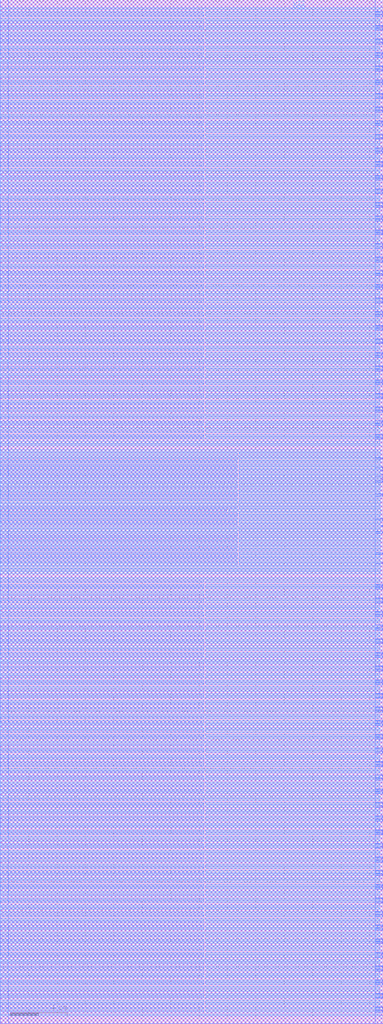
<source format=lef>
######################################################################
#  Copyright 1998 - 2023 Dolphin Technology, Inc.                    #
#  This memory compiler and any data created by it are proprietary   #
#  and confidential information of Dolphin Technology, Inc. and      #
#  can only be used or viewed with written permission from           #
#  Dolphin Technology, Inc.                                          #
#  tsmc16nmffcll with hvt, version 1p1p61 Rev_1.5                    #
######################################################################

VERSION 5.4 ;
VERSION 5.5 ;
VERSION 5.6 ;
VERSION 5.7 ;
NAMESCASESENSITIVE ON ;
SITE dti_1pr_ll_tm16ffcllhvt_64x128_1ww2x_m_shc
  CLASS CORE ; 
  SIZE 26.966 by 72.096 ;
  SYMMETRY X Y ; 
END dti_1pr_ll_tm16ffcllhvt_64x128_1ww2x_m_shc
MACRO dti_1pr_ll_tm16ffcllhvt_64x128_1ww2x_m_shc
  CLASS BLOCK ; 
  FOREIGN dti_1pr_ll_tm16ffcllhvt_64x128_1ww2x_m_shc ;
  ORIGIN 0.000 0.000 ;
  SIZE 26.966 by 72.096 ;
  SYMMETRY X Y ; 
  SITE dti_1pr_ll_tm16ffcllhvt_64x128_1ww2x_m_shc ;
  PIN DO[0]
  USE SIGNAL ;
  DIRECTION OUTPUT ;
    PORT
      LAYER M2 ;
      RECT 26.9020 0.8530 26.9660 0.8910 ;
      LAYER M3 ;
      RECT 26.9020 0.8530 26.9660 0.8910 ;
    END
  END DO[0]
  PIN DI[0]
  USE SIGNAL ;
  DIRECTION INPUT ;
    PORT
      LAYER M2 ;
      RECT 26.9020 0.9230 26.9660 0.9610 ;
      LAYER M3 ;
      RECT 26.9020 0.9230 26.9660 0.9610 ;
    END
  END DI[0]
  PIN DI[1]
  USE SIGNAL ;
  DIRECTION INPUT ;
    PORT
      LAYER M2 ;
      RECT 26.9020 1.0550 26.9660 1.0930 ;
      LAYER M3 ;
      RECT 26.9020 1.0550 26.9660 1.0930 ;
    END
  END DI[1]
  PIN DO[1]
  USE SIGNAL ;
  DIRECTION OUTPUT ;
    PORT
      LAYER M2 ;
      RECT 26.9020 1.1250 26.9660 1.1630 ;
      LAYER M3 ;
      RECT 26.9020 1.1250 26.9660 1.1630 ;
    END
  END DO[1]
  PIN DO[2]
  USE SIGNAL ;
  DIRECTION INPUT ;
    PORT
      LAYER M2 ;
      RECT 26.9020 1.8130 26.9660 1.8510 ;
      LAYER M3 ;
      RECT 26.9020 1.8130 26.9660 1.8510 ;
    END
  END DO[2]
  PIN DI[2]
  USE SIGNAL ;
  DIRECTION INPUT ;
    PORT
      LAYER M2 ;
      RECT 26.9020 1.8830 26.9660 1.9210 ;
      LAYER M3 ;
      RECT 26.9020 1.8830 26.9660 1.9210 ;
    END
  END DI[2]
  PIN DI[3]
  USE SIGNAL ;
  DIRECTION INPUT ;
    PORT
      LAYER M2 ;
      RECT 26.9020 2.0150 26.9660 2.0530 ;
      LAYER M3 ;
      RECT 26.9020 2.0150 26.9660 2.0530 ;
    END
  END DI[3]
  PIN DO[3]
  USE SIGNAL ;
  DIRECTION OUTPUT ;
    PORT
      LAYER M2 ;
      RECT 26.9020 2.0850 26.9660 2.1230 ;
      LAYER M3 ;
      RECT 26.9020 2.0850 26.9660 2.1230 ;
    END
  END DO[3]
  PIN DO[4]
  USE SIGNAL ;
  DIRECTION OUTPUT ;
    PORT
      LAYER M2 ;
      RECT 26.9020 2.7730 26.9660 2.8110 ;
      LAYER M3 ;
      RECT 26.9020 2.7730 26.9660 2.8110 ;
    END
  END DO[4]
  PIN DI[4]
  USE SIGNAL ;
  DIRECTION INPUT ;
    PORT
      LAYER M2 ;
      RECT 26.9020 2.8430 26.9660 2.8810 ;
      LAYER M3 ;
      RECT 26.9020 2.8430 26.9660 2.8810 ;
    END
  END DI[4]
  PIN DI[5]
  USE SIGNAL ;
  DIRECTION INPUT ;
    PORT
      LAYER M2 ;
      RECT 26.9020 2.9750 26.9660 3.0130 ;
      LAYER M3 ;
      RECT 26.9020 2.9750 26.9660 3.0130 ;
    END
  END DI[5]
  PIN DO[5]
  USE SIGNAL ;
  DIRECTION OUTPUT ;
    PORT
      LAYER M2 ;
      RECT 26.9020 3.0450 26.9660 3.0830 ;
      LAYER M3 ;
      RECT 26.9020 3.0450 26.9660 3.0830 ;
    END
  END DO[5]
  PIN DO[6]
  USE SIGNAL ;
  DIRECTION OUTPUT ;
    PORT
      LAYER M2 ;
      RECT 26.9020 3.7330 26.9660 3.7710 ;
      LAYER M3 ;
      RECT 26.9020 3.7330 26.9660 3.7710 ;
    END
  END DO[6]
  PIN DI[6]
  USE SIGNAL ;
  DIRECTION INPUT ;
    PORT
      LAYER M2 ;
      RECT 26.9020 3.8030 26.9660 3.8410 ;
      LAYER M3 ;
      RECT 26.9020 3.8030 26.9660 3.8410 ;
    END
  END DI[6]
  PIN DI[7]
  USE SIGNAL ;
  DIRECTION INPUT ;
    PORT
      LAYER M2 ;
      RECT 26.9020 3.9350 26.9660 3.9730 ;
      LAYER M3 ;
      RECT 26.9020 3.9350 26.9660 3.9730 ;
    END
  END DI[7]
  PIN DO[7]
  USE SIGNAL ;
  DIRECTION OUTPUT ;
    PORT
      LAYER M2 ;
      RECT 26.9020 4.0050 26.9660 4.0430 ;
      LAYER M3 ;
      RECT 26.9020 4.0050 26.9660 4.0430 ;
    END
  END DO[7]
  PIN DO[8]
  USE SIGNAL ;
  DIRECTION OUTPUT ;
    PORT
      LAYER M2 ;
      RECT 26.9020 4.6930 26.9660 4.7310 ;
      LAYER M3 ;
      RECT 26.9020 4.6930 26.9660 4.7310 ;
    END
  END DO[8]
  PIN DI[8]
  USE SIGNAL ;
  DIRECTION INPUT ;
    PORT
      LAYER M2 ;
      RECT 26.9020 4.7630 26.9660 4.8010 ;
      LAYER M3 ;
      RECT 26.9020 4.7630 26.9660 4.8010 ;
    END
  END DI[8]
  PIN DI[9]
  USE SIGNAL ;
  DIRECTION OUTPUT ;
    PORT
      LAYER M2 ;
      RECT 26.9020 4.8950 26.9660 4.9330 ;
      LAYER M3 ;
      RECT 26.9020 4.8950 26.9660 4.9330 ;
    END
  END DI[9]
  PIN DO[9]
  USE SIGNAL ;
  DIRECTION OUTPUT ;
    PORT
      LAYER M2 ;
      RECT 26.9020 4.9650 26.9660 5.0030 ;
      LAYER M3 ;
      RECT 26.9020 4.9650 26.9660 5.0030 ;
    END
  END DO[9]
  PIN DO[10]
  USE SIGNAL ;
  DIRECTION OUTPUT ;
    PORT
      LAYER M2 ;
      RECT 26.9020 5.6530 26.9660 5.6910 ;
      LAYER M3 ;
      RECT 26.9020 5.6530 26.9660 5.6910 ;
    END
  END DO[10]
  PIN DI[10]
  USE SIGNAL ;
  DIRECTION INPUT ;
    PORT
      LAYER M2 ;
      RECT 26.9020 5.7230 26.9660 5.7610 ;
      LAYER M3 ;
      RECT 26.9020 5.7230 26.9660 5.7610 ;
    END
  END DI[10]
  PIN DI[11]
  USE SIGNAL ;
  DIRECTION INPUT ;
    PORT
      LAYER M2 ;
      RECT 26.9020 5.8550 26.9660 5.8930 ;
      LAYER M3 ;
      RECT 26.9020 5.8550 26.9660 5.8930 ;
    END
  END DI[11]
  PIN DO[11]
  USE SIGNAL ;
  DIRECTION OUTPUT ;
    PORT
      LAYER M2 ;
      RECT 26.9020 5.9250 26.9660 5.9630 ;
      LAYER M3 ;
      RECT 26.9020 5.9250 26.9660 5.9630 ;
    END
  END DO[11]
  PIN DO[12]
  USE SIGNAL ;
  DIRECTION OUTPUT ;
    PORT
      LAYER M2 ;
      RECT 26.9020 6.6130 26.9660 6.6510 ;
      LAYER M3 ;
      RECT 26.9020 6.6130 26.9660 6.6510 ;
    END
  END DO[12]
  PIN DI[12]
  USE SIGNAL ;
  DIRECTION INPUT ;
    PORT
      LAYER M2 ;
      RECT 26.9020 6.6830 26.9660 6.7210 ;
      LAYER M3 ;
      RECT 26.9020 6.6830 26.9660 6.7210 ;
    END
  END DI[12]
  PIN DI[13]
  USE SIGNAL ;
  DIRECTION INPUT ;
    PORT
      LAYER M2 ;
      RECT 26.9020 6.8150 26.9660 6.8530 ;
      LAYER M3 ;
      RECT 26.9020 6.8150 26.9660 6.8530 ;
    END
  END DI[13]
  PIN DO[13]
  USE SIGNAL ;
  DIRECTION OUTPUT ;
    PORT
      LAYER M2 ;
      RECT 26.9020 6.8850 26.9660 6.9230 ;
      LAYER M3 ;
      RECT 26.9020 6.8850 26.9660 6.9230 ;
    END
  END DO[13]
  PIN DO[14]
  USE SIGNAL ;
  DIRECTION OUTPUT ;
    PORT
      LAYER M2 ;
      RECT 26.9020 7.5730 26.9660 7.6110 ;
      LAYER M3 ;
      RECT 26.9020 7.5730 26.9660 7.6110 ;
    END
  END DO[14]
  PIN DI[14]
  USE SIGNAL ;
  DIRECTION INPUT ;
    PORT
      LAYER M2 ;
      RECT 26.9020 7.6430 26.9660 7.6810 ;
      LAYER M3 ;
      RECT 26.9020 7.6430 26.9660 7.6810 ;
    END
  END DI[14]
  PIN DI[15]
  USE SIGNAL ;
  DIRECTION INPUT ;
    PORT
      LAYER M2 ;
      RECT 26.9020 7.7750 26.9660 7.8130 ;
      LAYER M3 ;
      RECT 26.9020 7.7750 26.9660 7.8130 ;
    END
  END DI[15]
  PIN DO[15]
  USE SIGNAL ;
  DIRECTION OUTPUT ;
    PORT
      LAYER M2 ;
      RECT 26.9020 7.8450 26.9660 7.8830 ;
      LAYER M3 ;
      RECT 26.9020 7.8450 26.9660 7.8830 ;
    END
  END DO[15]
  PIN DO[16]
  USE SIGNAL ;
  DIRECTION OUTPUT ;
    PORT
      LAYER M2 ;
      RECT 26.9020 8.5330 26.9660 8.5710 ;
      LAYER M3 ;
      RECT 26.9020 8.5330 26.9660 8.5710 ;
    END
  END DO[16]
  PIN DI[16]
  USE SIGNAL ;
  DIRECTION INPUT ;
    PORT
      LAYER M2 ;
      RECT 26.9020 8.6030 26.9660 8.6410 ;
      LAYER M3 ;
      RECT 26.9020 8.6030 26.9660 8.6410 ;
    END
  END DI[16]
  PIN DI[17]
  USE SIGNAL ;
  DIRECTION INPUT ;
    PORT
      LAYER M2 ;
      RECT 26.9020 8.7350 26.9660 8.7730 ;
      LAYER M3 ;
      RECT 26.9020 8.7350 26.9660 8.7730 ;
    END
  END DI[17]
  PIN DO[17]
  USE SIGNAL ;
  DIRECTION OUTPUT ;
    PORT
      LAYER M2 ;
      RECT 26.9020 8.8050 26.9660 8.8430 ;
      LAYER M3 ;
      RECT 26.9020 8.8050 26.9660 8.8430 ;
    END
  END DO[17]
  PIN DO[18]
  USE SIGNAL ;
  DIRECTION OUTPUT ;
    PORT
      LAYER M2 ;
      RECT 26.9020 9.4930 26.9660 9.5310 ;
      LAYER M3 ;
      RECT 26.9020 9.4930 26.9660 9.5310 ;
    END
  END DO[18]
  PIN DI[18]
  USE SIGNAL ;
  DIRECTION INPUT ;
    PORT
      LAYER M2 ;
      RECT 26.9020 9.5630 26.9660 9.6010 ;
      LAYER M3 ;
      RECT 26.9020 9.5630 26.9660 9.6010 ;
    END
  END DI[18]
  PIN DI[19]
  USE SIGNAL ;
  DIRECTION INPUT ;
    PORT
      LAYER M2 ;
      RECT 26.9020 9.6950 26.9660 9.7330 ;
      LAYER M3 ;
      RECT 26.9020 9.6950 26.9660 9.7330 ;
    END
  END DI[19]
  PIN DO[19]
  USE SIGNAL ;
  DIRECTION OUTPUT ;
    PORT
      LAYER M2 ;
      RECT 26.9020 9.7650 26.9660 9.8030 ;
      LAYER M3 ;
      RECT 26.9020 9.7650 26.9660 9.8030 ;
    END
  END DO[19]
  PIN DO[20]
  USE SIGNAL ;
  DIRECTION OUTPUT ;
    PORT
      LAYER M2 ;
      RECT 26.9020 10.4530 26.9660 10.4910 ;
      LAYER M3 ;
      RECT 26.9020 10.4530 26.9660 10.4910 ;
    END
  END DO[20]
  PIN DI[20]
  USE SIGNAL ;
  DIRECTION INPUT ;
    PORT
      LAYER M2 ;
      RECT 26.9020 10.5230 26.9660 10.5610 ;
      LAYER M3 ;
      RECT 26.9020 10.5230 26.9660 10.5610 ;
    END
  END DI[20]
  PIN DI[21]
  USE SIGNAL ;
  DIRECTION INPUT ;
    PORT
      LAYER M2 ;
      RECT 26.9020 10.6550 26.9660 10.6930 ;
      LAYER M3 ;
      RECT 26.9020 10.6550 26.9660 10.6930 ;
    END
  END DI[21]
  PIN DO[21]
  USE SIGNAL ;
  DIRECTION OUTPUT ;
    PORT
      LAYER M2 ;
      RECT 26.9020 10.7250 26.9660 10.7630 ;
      LAYER M3 ;
      RECT 26.9020 10.7250 26.9660 10.7630 ;
    END
  END DO[21]
  PIN DO[22]
  USE SIGNAL ;
  DIRECTION OUTPUT ;
    PORT
      LAYER M2 ;
      RECT 26.9020 11.4130 26.9660 11.4510 ;
      LAYER M3 ;
      RECT 26.9020 11.4130 26.9660 11.4510 ;
    END
  END DO[22]
  PIN DI[22]
  USE SIGNAL ;
  DIRECTION INPUT ;
    PORT
      LAYER M2 ;
      RECT 26.9020 11.4830 26.9660 11.5210 ;
      LAYER M3 ;
      RECT 26.9020 11.4830 26.9660 11.5210 ;
    END
  END DI[22]
  PIN DI[23]
  USE SIGNAL ;
  DIRECTION INPUT ;
    PORT
      LAYER M2 ;
      RECT 26.9020 11.6150 26.9660 11.6530 ;
      LAYER M3 ;
      RECT 26.9020 11.6150 26.9660 11.6530 ;
    END
  END DI[23]
  PIN DO[23]
  USE SIGNAL ;
  DIRECTION OUTPUT ;
    PORT
      LAYER M2 ;
      RECT 26.9020 11.6850 26.9660 11.7230 ;
      LAYER M3 ;
      RECT 26.9020 11.6850 26.9660 11.7230 ;
    END
  END DO[23]
  PIN DO[24]
  USE SIGNAL ;
  DIRECTION OUTPUT ;
    PORT
      LAYER M2 ;
      RECT 26.9020 12.3730 26.9660 12.4110 ;
      LAYER M3 ;
      RECT 26.9020 12.3730 26.9660 12.4110 ;
    END
  END DO[24]
  PIN DI[24]
  USE SIGNAL ;
  DIRECTION INPUT ;
    PORT
      LAYER M2 ;
      RECT 26.9020 12.4430 26.9660 12.4810 ;
      LAYER M3 ;
      RECT 26.9020 12.4430 26.9660 12.4810 ;
    END
  END DI[24]
  PIN DI[25]
  USE SIGNAL ;
  DIRECTION INPUT ;
    PORT
      LAYER M2 ;
      RECT 26.9020 12.5750 26.9660 12.6130 ;
      LAYER M3 ;
      RECT 26.9020 12.5750 26.9660 12.6130 ;
    END
  END DI[25]
  PIN DO[25]
  USE SIGNAL ;
  DIRECTION OUTPUT ;
    PORT
      LAYER M2 ;
      RECT 26.9020 12.6450 26.9660 12.6830 ;
      LAYER M3 ;
      RECT 26.9020 12.6450 26.9660 12.6830 ;
    END
  END DO[25]
  PIN DO[26]
  USE SIGNAL ;
  DIRECTION OUTPUT ;
    PORT
      LAYER M2 ;
      RECT 26.9020 13.3330 26.9660 13.3710 ;
      LAYER M3 ;
      RECT 26.9020 13.3330 26.9660 13.3710 ;
    END
  END DO[26]
  PIN DI[26]
  USE SIGNAL ;
  DIRECTION INPUT ;
    PORT
      LAYER M2 ;
      RECT 26.9020 13.4030 26.9660 13.4410 ;
      LAYER M3 ;
      RECT 26.9020 13.4030 26.9660 13.4410 ;
    END
  END DI[26]
  PIN DI[27]
  USE SIGNAL ;
  DIRECTION INPUT ;
    PORT
      LAYER M2 ;
      RECT 26.9020 13.5350 26.9660 13.5730 ;
      LAYER M3 ;
      RECT 26.9020 13.5350 26.9660 13.5730 ;
    END
  END DI[27]
  PIN DO[27]
  USE SIGNAL ;
  DIRECTION OUTPUT ;
    PORT
      LAYER M2 ;
      RECT 26.9020 13.6050 26.9660 13.6430 ;
      LAYER M3 ;
      RECT 26.9020 13.6050 26.9660 13.6430 ;
    END
  END DO[27]
  PIN DO[28]
  USE SIGNAL ;
  DIRECTION OUTPUT ;
    PORT
      LAYER M2 ;
      RECT 26.9020 14.2930 26.9660 14.3310 ;
      LAYER M3 ;
      RECT 26.9020 14.2930 26.9660 14.3310 ;
    END
  END DO[28]
  PIN DI[28]
  USE SIGNAL ;
  DIRECTION INPUT ;
    PORT
      LAYER M2 ;
      RECT 26.9020 14.3630 26.9660 14.4010 ;
      LAYER M3 ;
      RECT 26.9020 14.3630 26.9660 14.4010 ;
    END
  END DI[28]
  PIN DI[29]
  USE SIGNAL ;
  DIRECTION INPUT ;
    PORT
      LAYER M2 ;
      RECT 26.9020 14.4950 26.9660 14.5330 ;
      LAYER M3 ;
      RECT 26.9020 14.4950 26.9660 14.5330 ;
    END
  END DI[29]
  PIN DO[29]
  USE SIGNAL ;
  DIRECTION OUTPUT ;
    PORT
      LAYER M2 ;
      RECT 26.9020 14.5650 26.9660 14.6030 ;
      LAYER M3 ;
      RECT 26.9020 14.5650 26.9660 14.6030 ;
    END
  END DO[29]
  PIN DO[30]
  USE SIGNAL ;
  DIRECTION OUTPUT ;
    PORT
      LAYER M2 ;
      RECT 26.9020 15.2530 26.9660 15.2910 ;
      LAYER M3 ;
      RECT 26.9020 15.2530 26.9660 15.2910 ;
    END
  END DO[30]
  PIN DI[30]
  USE SIGNAL ;
  DIRECTION INPUT ;
    PORT
      LAYER M2 ;
      RECT 26.9020 15.3230 26.9660 15.3610 ;
      LAYER M3 ;
      RECT 26.9020 15.3230 26.9660 15.3610 ;
    END
  END DI[30]
  PIN DI[31]
  USE SIGNAL ;
  DIRECTION INPUT ;
    PORT
      LAYER M2 ;
      RECT 26.9020 15.4550 26.9660 15.4930 ;
      LAYER M3 ;
      RECT 26.9020 15.4550 26.9660 15.4930 ;
    END
  END DI[31]
  PIN DO[31]
  USE SIGNAL ;
  DIRECTION OUTPUT ;
    PORT
      LAYER M2 ;
      RECT 26.9020 15.5250 26.9660 15.5630 ;
      LAYER M3 ;
      RECT 26.9020 15.5250 26.9660 15.5630 ;
    END
  END DO[31]
  PIN DO[32]
  USE SIGNAL ;
  DIRECTION OUTPUT ;
    PORT
      LAYER M2 ;
      RECT 26.9020 16.2130 26.9660 16.2510 ;
      LAYER M3 ;
      RECT 26.9020 16.2130 26.9660 16.2510 ;
    END
  END DO[32]
  PIN DI[32]
  USE SIGNAL ;
  DIRECTION INPUT ;
    PORT
      LAYER M2 ;
      RECT 26.9020 16.2830 26.9660 16.3210 ;
      LAYER M3 ;
      RECT 26.9020 16.2830 26.9660 16.3210 ;
    END
  END DI[32]
  PIN DI[33]
  USE SIGNAL ;
  DIRECTION INPUT ;
    PORT
      LAYER M2 ;
      RECT 26.9020 16.4150 26.9660 16.4530 ;
      LAYER M3 ;
      RECT 26.9020 16.4150 26.9660 16.4530 ;
    END
  END DI[33]
  PIN DO[33]
  USE SIGNAL ;
  DIRECTION OUTPUT ;
    PORT
      LAYER M2 ;
      RECT 26.9020 16.4850 26.9660 16.5230 ;
      LAYER M3 ;
      RECT 26.9020 16.4850 26.9660 16.5230 ;
    END
  END DO[33]
  PIN DO[34]
  USE SIGNAL ;
  DIRECTION OUTPUT ;
    PORT
      LAYER M2 ;
      RECT 26.9020 17.1730 26.9660 17.2110 ;
      LAYER M3 ;
      RECT 26.9020 17.1730 26.9660 17.2110 ;
    END
  END DO[34]
  PIN DI[34]
  USE SIGNAL ;
  DIRECTION INPUT ;
    PORT
      LAYER M2 ;
      RECT 26.9020 17.2430 26.9660 17.2810 ;
      LAYER M3 ;
      RECT 26.9020 17.2430 26.9660 17.2810 ;
    END
  END DI[34]
  PIN DI[35]
  USE SIGNAL ;
  DIRECTION INPUT ;
    PORT
      LAYER M2 ;
      RECT 26.9020 17.3750 26.9660 17.4130 ;
      LAYER M3 ;
      RECT 26.9020 17.3750 26.9660 17.4130 ;
    END
  END DI[35]
  PIN DO[35]
  USE SIGNAL ;
  DIRECTION OUTPUT ;
    PORT
      LAYER M2 ;
      RECT 26.9020 17.4450 26.9660 17.4830 ;
      LAYER M3 ;
      RECT 26.9020 17.4450 26.9660 17.4830 ;
    END
  END DO[35]
  PIN DO[36]
  USE SIGNAL ;
  DIRECTION OUTPUT ;
    PORT
      LAYER M2 ;
      RECT 26.9020 18.1330 26.9660 18.1710 ;
      LAYER M3 ;
      RECT 26.9020 18.1330 26.9660 18.1710 ;
    END
  END DO[36]
  PIN DI[36]
  USE SIGNAL ;
  DIRECTION INPUT ;
    PORT
      LAYER M2 ;
      RECT 26.9020 18.2030 26.9660 18.2410 ;
      LAYER M3 ;
      RECT 26.9020 18.2030 26.9660 18.2410 ;
    END
  END DI[36]
  PIN DI[37]
  USE SIGNAL ;
  DIRECTION INPUT ;
    PORT
      LAYER M2 ;
      RECT 26.9020 18.3350 26.9660 18.3730 ;
      LAYER M3 ;
      RECT 26.9020 18.3350 26.9660 18.3730 ;
    END
  END DI[37]
  PIN DO[37]
  USE SIGNAL ;
  DIRECTION OUTPUT ;
    PORT
      LAYER M2 ;
      RECT 26.9020 18.4050 26.9660 18.4430 ;
      LAYER M3 ;
      RECT 26.9020 18.4050 26.9660 18.4430 ;
    END
  END DO[37]
  PIN DO[38]
  USE SIGNAL ;
  DIRECTION OUTPUT ;
    PORT
      LAYER M2 ;
      RECT 26.9020 19.0930 26.9660 19.1310 ;
      LAYER M3 ;
      RECT 26.9020 19.0930 26.9660 19.1310 ;
    END
  END DO[38]
  PIN DI[38]
  USE SIGNAL ;
  DIRECTION INPUT ;
    PORT
      LAYER M2 ;
      RECT 26.9020 19.1630 26.9660 19.2010 ;
      LAYER M3 ;
      RECT 26.9020 19.1630 26.9660 19.2010 ;
    END
  END DI[38]
  PIN DI[39]
  USE SIGNAL ;
  DIRECTION INPUT ;
    PORT
      LAYER M2 ;
      RECT 26.9020 19.2950 26.9660 19.3330 ;
      LAYER M3 ;
      RECT 26.9020 19.2950 26.9660 19.3330 ;
    END
  END DI[39]
  PIN DO[39]
  USE SIGNAL ;
  DIRECTION OUTPUT ;
    PORT
      LAYER M2 ;
      RECT 26.9020 19.3650 26.9660 19.4030 ;
      LAYER M3 ;
      RECT 26.9020 19.3650 26.9660 19.4030 ;
    END
  END DO[39]
  PIN DO[40]
  USE SIGNAL ;
  DIRECTION OUTPUT ;
    PORT
      LAYER M2 ;
      RECT 26.9020 20.0530 26.9660 20.0910 ;
      LAYER M3 ;
      RECT 26.9020 20.0530 26.9660 20.0910 ;
    END
  END DO[40]
  PIN DI[40]
  USE SIGNAL ;
  DIRECTION INPUT ;
    PORT
      LAYER M2 ;
      RECT 26.9020 20.1230 26.9660 20.1610 ;
      LAYER M3 ;
      RECT 26.9020 20.1230 26.9660 20.1610 ;
    END
  END DI[40]
  PIN DI[41]
  USE SIGNAL ;
  DIRECTION INPUT ;
    PORT
      LAYER M2 ;
      RECT 26.9020 20.2550 26.9660 20.2930 ;
      LAYER M3 ;
      RECT 26.9020 20.2550 26.9660 20.2930 ;
    END
  END DI[41]
  PIN DO[41]
  USE SIGNAL ;
  DIRECTION OUTPUT ;
    PORT
      LAYER M2 ;
      RECT 26.9020 20.3250 26.9660 20.3630 ;
      LAYER M3 ;
      RECT 26.9020 20.3250 26.9660 20.3630 ;
    END
  END DO[41]
  PIN DO[42]
  USE SIGNAL ;
  DIRECTION OUTPUT ;
    PORT
      LAYER M2 ;
      RECT 26.9020 21.0130 26.9660 21.0510 ;
      LAYER M3 ;
      RECT 26.9020 21.0130 26.9660 21.0510 ;
    END
  END DO[42]
  PIN DI[42]
  USE SIGNAL ;
  DIRECTION INPUT ;
    PORT
      LAYER M2 ;
      RECT 26.9020 21.0830 26.9660 21.1210 ;
      LAYER M3 ;
      RECT 26.9020 21.0830 26.9660 21.1210 ;
    END
  END DI[42]
  PIN DI[43]
  USE SIGNAL ;
  DIRECTION INPUT ;
    PORT
      LAYER M2 ;
      RECT 26.9020 21.2150 26.9660 21.2530 ;
      LAYER M3 ;
      RECT 26.9020 21.2150 26.9660 21.2530 ;
    END
  END DI[43]
  PIN DO[43]
  USE SIGNAL ;
  DIRECTION OUTPUT ;
    PORT
      LAYER M2 ;
      RECT 26.9020 21.2850 26.9660 21.3230 ;
      LAYER M3 ;
      RECT 26.9020 21.2850 26.9660 21.3230 ;
    END
  END DO[43]
  PIN DO[44]
  USE SIGNAL ;
  DIRECTION OUTPUT ;
    PORT
      LAYER M2 ;
      RECT 26.9020 21.9730 26.9660 22.0110 ;
      LAYER M3 ;
      RECT 26.9020 21.9730 26.9660 22.0110 ;
    END
  END DO[44]
  PIN DI[44]
  USE SIGNAL ;
  DIRECTION INPUT ;
    PORT
      LAYER M2 ;
      RECT 26.9020 22.0430 26.9660 22.0810 ;
      LAYER M3 ;
      RECT 26.9020 22.0430 26.9660 22.0810 ;
    END
  END DI[44]
  PIN DI[45]
  USE SIGNAL ;
  DIRECTION INPUT ;
    PORT
      LAYER M2 ;
      RECT 26.9020 22.1750 26.9660 22.2130 ;
      LAYER M3 ;
      RECT 26.9020 22.1750 26.9660 22.2130 ;
    END
  END DI[45]
  PIN DO[45]
  USE SIGNAL ;
  DIRECTION OUTPUT ;
    PORT
      LAYER M2 ;
      RECT 26.9020 22.2450 26.9660 22.2830 ;
      LAYER M3 ;
      RECT 26.9020 22.2450 26.9660 22.2830 ;
    END
  END DO[45]
  PIN DO[46]
  USE SIGNAL ;
  DIRECTION OUTPUT ;
    PORT
      LAYER M2 ;
      RECT 26.9020 22.9330 26.9660 22.9710 ;
      LAYER M3 ;
      RECT 26.9020 22.9330 26.9660 22.9710 ;
    END
  END DO[46]
  PIN DI[46]
  USE SIGNAL ;
  DIRECTION INPUT ;
    PORT
      LAYER M2 ;
      RECT 26.9020 23.0030 26.9660 23.0410 ;
      LAYER M3 ;
      RECT 26.9020 23.0030 26.9660 23.0410 ;
    END
  END DI[46]
  PIN DI[47]
  USE SIGNAL ;
  DIRECTION INPUT ;
    PORT
      LAYER M2 ;
      RECT 26.9020 23.1350 26.9660 23.1730 ;
      LAYER M3 ;
      RECT 26.9020 23.1350 26.9660 23.1730 ;
    END
  END DI[47]
  PIN DO[47]
  USE SIGNAL ;
  DIRECTION OUTPUT ;
    PORT
      LAYER M2 ;
      RECT 26.9020 23.2050 26.9660 23.2430 ;
      LAYER M3 ;
      RECT 26.9020 23.2050 26.9660 23.2430 ;
    END
  END DO[47]
  PIN DO[48]
  USE SIGNAL ;
  DIRECTION OUTPUT ;
    PORT
      LAYER M2 ;
      RECT 26.9020 23.8930 26.9660 23.9310 ;
      LAYER M3 ;
      RECT 26.9020 23.8930 26.9660 23.9310 ;
    END
  END DO[48]
  PIN DI[48]
  USE SIGNAL ;
  DIRECTION INPUT ;
    PORT
      LAYER M2 ;
      RECT 26.9020 23.9630 26.9660 24.0010 ;
      LAYER M3 ;
      RECT 26.9020 23.9630 26.9660 24.0010 ;
    END
  END DI[48]
  PIN DI[49]
  USE SIGNAL ;
  DIRECTION INPUT ;
    PORT
      LAYER M2 ;
      RECT 26.9020 24.0950 26.9660 24.1330 ;
      LAYER M3 ;
      RECT 26.9020 24.0950 26.9660 24.1330 ;
    END
  END DI[49]
  PIN DO[49]
  USE SIGNAL ;
  DIRECTION OUTPUT ;
    PORT
      LAYER M2 ;
      RECT 26.9020 24.1650 26.9660 24.2030 ;
      LAYER M3 ;
      RECT 26.9020 24.1650 26.9660 24.2030 ;
    END
  END DO[49]
  PIN DO[50]
  USE SIGNAL ;
  DIRECTION OUTPUT ;
    PORT
      LAYER M2 ;
      RECT 26.9020 24.8530 26.9660 24.8910 ;
      LAYER M3 ;
      RECT 26.9020 24.8530 26.9660 24.8910 ;
    END
  END DO[50]
  PIN DI[50]
  USE SIGNAL ;
  DIRECTION INPUT ;
    PORT
      LAYER M2 ;
      RECT 26.9020 24.9230 26.9660 24.9610 ;
      LAYER M3 ;
      RECT 26.9020 24.9230 26.9660 24.9610 ;
    END
  END DI[50]
  PIN DI[51]
  USE SIGNAL ;
  DIRECTION INPUT ;
    PORT
      LAYER M2 ;
      RECT 26.9020 25.0550 26.9660 25.0930 ;
      LAYER M3 ;
      RECT 26.9020 25.0550 26.9660 25.0930 ;
    END
  END DI[51]
  PIN DO[51]
  USE SIGNAL ;
  DIRECTION OUTPUT ;
    PORT
      LAYER M2 ;
      RECT 26.9020 25.1250 26.9660 25.1630 ;
      LAYER M3 ;
      RECT 26.9020 25.1250 26.9660 25.1630 ;
    END
  END DO[51]
  PIN DO[52]
  USE SIGNAL ;
  DIRECTION OUTPUT ;
    PORT
      LAYER M2 ;
      RECT 26.9020 25.8130 26.9660 25.8510 ;
      LAYER M3 ;
      RECT 26.9020 25.8130 26.9660 25.8510 ;
    END
  END DO[52]
  PIN DI[52]
  USE SIGNAL ;
  DIRECTION INPUT ;
    PORT
      LAYER M2 ;
      RECT 26.9020 25.8830 26.9660 25.9210 ;
      LAYER M3 ;
      RECT 26.9020 25.8830 26.9660 25.9210 ;
    END
  END DI[52]
  PIN DI[53]
  USE SIGNAL ;
  DIRECTION INPUT ;
    PORT
      LAYER M2 ;
      RECT 26.9020 26.0150 26.9660 26.0530 ;
      LAYER M3 ;
      RECT 26.9020 26.0150 26.9660 26.0530 ;
    END
  END DI[53]
  PIN DO[53]
  USE SIGNAL ;
  DIRECTION OUTPUT ;
    PORT
      LAYER M2 ;
      RECT 26.9020 26.0850 26.9660 26.1230 ;
      LAYER M3 ;
      RECT 26.9020 26.0850 26.9660 26.1230 ;
    END
  END DO[53]
  PIN DO[54]
  USE SIGNAL ;
  DIRECTION OUTPUT ;
    PORT
      LAYER M2 ;
      RECT 26.9020 26.7730 26.9660 26.8110 ;
      LAYER M3 ;
      RECT 26.9020 26.7730 26.9660 26.8110 ;
    END
  END DO[54]
  PIN DI[54]
  USE SIGNAL ;
  DIRECTION INPUT ;
    PORT
      LAYER M2 ;
      RECT 26.9020 26.8430 26.9660 26.8810 ;
      LAYER M3 ;
      RECT 26.9020 26.8430 26.9660 26.8810 ;
    END
  END DI[54]
  PIN DI[55]
  USE SIGNAL ;
  DIRECTION INPUT ;
    PORT
      LAYER M2 ;
      RECT 26.9020 26.9750 26.9660 27.0130 ;
      LAYER M3 ;
      RECT 26.9020 26.9750 26.9660 27.0130 ;
    END
  END DI[55]
  PIN DO[55]
  USE SIGNAL ;
  DIRECTION OUTPUT ;
    PORT
      LAYER M2 ;
      RECT 26.9020 27.0450 26.9660 27.0830 ;
      LAYER M3 ;
      RECT 26.9020 27.0450 26.9660 27.0830 ;
    END
  END DO[55]
  PIN DO[56]
  USE SIGNAL ;
  DIRECTION OUTPUT ;
    PORT
      LAYER M2 ;
      RECT 26.9020 27.7330 26.9660 27.7710 ;
      LAYER M3 ;
      RECT 26.9020 27.7330 26.9660 27.7710 ;
    END
  END DO[56]
  PIN DI[56]
  USE SIGNAL ;
  DIRECTION INPUT ;
    PORT
      LAYER M2 ;
      RECT 26.9020 27.8030 26.9660 27.8410 ;
      LAYER M3 ;
      RECT 26.9020 27.8030 26.9660 27.8410 ;
    END
  END DI[56]
  PIN DI[57]
  USE SIGNAL ;
  DIRECTION INPUT ;
    PORT
      LAYER M2 ;
      RECT 26.9020 27.9350 26.9660 27.9730 ;
      LAYER M3 ;
      RECT 26.9020 27.9350 26.9660 27.9730 ;
    END
  END DI[57]
  PIN DO[57]
  USE SIGNAL ;
  DIRECTION OUTPUT ;
    PORT
      LAYER M2 ;
      RECT 26.9020 28.0050 26.9660 28.0430 ;
      LAYER M3 ;
      RECT 26.9020 28.0050 26.9660 28.0430 ;
    END
  END DO[57]
  PIN DO[58]
  USE SIGNAL ;
  DIRECTION OUTPUT ;
    PORT
      LAYER M2 ;
      RECT 26.9020 28.6930 26.9660 28.7310 ;
      LAYER M3 ;
      RECT 26.9020 28.6930 26.9660 28.7310 ;
    END
  END DO[58]
  PIN DI[58]
  USE SIGNAL ;
  DIRECTION INPUT ;
    PORT
      LAYER M2 ;
      RECT 26.9020 28.7630 26.9660 28.8010 ;
      LAYER M3 ;
      RECT 26.9020 28.7630 26.9660 28.8010 ;
    END
  END DI[58]
  PIN DI[59]
  USE SIGNAL ;
  DIRECTION INPUT ;
    PORT
      LAYER M2 ;
      RECT 26.9020 28.8950 26.9660 28.9330 ;
      LAYER M3 ;
      RECT 26.9020 28.8950 26.9660 28.9330 ;
    END
  END DI[59]
  PIN DO[59]
  USE SIGNAL ;
  DIRECTION OUTPUT ;
    PORT
      LAYER M2 ;
      RECT 26.9020 28.9650 26.9660 29.0030 ;
      LAYER M3 ;
      RECT 26.9020 28.9650 26.9660 29.0030 ;
    END
  END DO[59]
  PIN DO[60]
  USE SIGNAL ;
  DIRECTION OUTPUT ;
    PORT
      LAYER M2 ;
      RECT 26.9020 29.6530 26.9660 29.6910 ;
      LAYER M3 ;
      RECT 26.9020 29.6530 26.9660 29.6910 ;
    END
  END DO[60]
  PIN DI[60]
  USE SIGNAL ;
  DIRECTION INPUT ;
    PORT
      LAYER M2 ;
      RECT 26.9020 29.7230 26.9660 29.7610 ;
      LAYER M3 ;
      RECT 26.9020 29.7230 26.9660 29.7610 ;
    END
  END DI[60]
  PIN DI[61]
  USE SIGNAL ;
  DIRECTION INPUT ;
    PORT
      LAYER M2 ;
      RECT 26.9020 29.8550 26.9660 29.8930 ;
      LAYER M3 ;
      RECT 26.9020 29.8550 26.9660 29.8930 ;
    END
  END DI[61]
  PIN DO[61]
  USE SIGNAL ;
  DIRECTION OUTPUT ;
    PORT
      LAYER M2 ;
      RECT 26.9020 29.9250 26.9660 29.9630 ;
      LAYER M3 ;
      RECT 26.9020 29.9250 26.9660 29.9630 ;
    END
  END DO[61]
  PIN DO[62]
  USE SIGNAL ;
  DIRECTION OUTPUT ;
    PORT
      LAYER M2 ;
      RECT 26.9020 30.6130 26.9660 30.6510 ;
      LAYER M3 ;
      RECT 26.9020 30.6130 26.9660 30.6510 ;
    END
  END DO[62]
  PIN DI[62]
  USE SIGNAL ;
  DIRECTION INPUT ;
    PORT
      LAYER M2 ;
      RECT 26.9020 30.6830 26.9660 30.7210 ;
      LAYER M3 ;
      RECT 26.9020 30.6830 26.9660 30.7210 ;
    END
  END DI[62]
  PIN DI[63]
  USE SIGNAL ;
  DIRECTION INPUT ;
    PORT
      LAYER M2 ;
      RECT 26.9020 30.8150 26.9660 30.8530 ;
      LAYER M3 ;
      RECT 26.9020 30.8150 26.9660 30.8530 ;
    END
  END DI[63]
  PIN DO[63]
  USE SIGNAL ;
  DIRECTION OUTPUT ;
    PORT
      LAYER M2 ;
      RECT 26.9020 30.8850 26.9660 30.9230 ;
      LAYER M3 ;
      RECT 26.9020 30.8850 26.9660 30.9230 ;
    END
  END DO[63]
  PIN A[0]
  USE SIGNAL ;
  DIRECTION INPUT ;
    PORT
      LAYER M1 ;
      RECT 26.9020 32.4290 26.9660 32.4670 ;
      LAYER M2 ;
      RECT 26.9020 32.4290 26.9660 32.4670 ;
      LAYER M3 ;
      RECT 26.9020 32.4290 26.9660 32.4670 ;
    END
  END A[0]
  PIN A[1]
  USE SIGNAL ;
  DIRECTION INPUT ;
    PORT
      LAYER M1 ;
      RECT 26.9020 33.1010 26.9660 33.1390 ;
      LAYER M2 ;
      RECT 26.9020 33.1010 26.9660 33.1390 ;
      LAYER M3 ;
      RECT 26.9020 33.1010 26.9660 33.1390 ;
    END
  END A[1]
  PIN A[2]
  USE SIGNAL ;
  DIRECTION INPUT ;
    PORT
      LAYER M1 ;
      RECT 26.9020 34.5730 26.9660 34.6110 ;
      LAYER M2 ;
      RECT 26.9020 34.5730 26.9660 34.6110 ;
      LAYER M3 ;
      RECT 26.9020 34.5730 26.9660 34.6110 ;
    END
  END A[2]
  PIN CLK
  USE SIGNAL ;
  DIRECTION INPUT ;
    PORT
      LAYER M1 ;
      RECT 26.9020 35.0310 26.9660 35.0690 ;
      LAYER M2 ;
      RECT 26.9020 35.0310 26.9660 35.0690 ;
      LAYER M3 ;
      RECT 26.9020 35.0310 26.9660 35.0690 ;
    END
  END CLK
  PIN GWE_N
  USE SIGNAL ;
  DIRECTION INPUT ;
    PORT
      LAYER M1 ;
      RECT 26.9020 35.4430 26.9660 35.4810 ;
      LAYER M2 ;
      RECT 26.9020 35.4430 26.9660 35.4810 ;
      LAYER M3 ;
      RECT 26.9020 35.4430 26.9660 35.4810 ;
    END
  END GWE_N
  PIN CE_N
  USE SIGNAL ;
  DIRECTION OUTPUT ;
    PORT
      LAYER M1 ;
      RECT 26.9020 35.5190 26.9660 35.5570 ;
      LAYER M2 ;
      RECT 26.9020 35.5190 26.9660 35.5570 ;
      LAYER M3 ;
      RECT 26.9020 35.5190 26.9660 35.5570 ;
    END
  END CE_N
  PIN A[4]
  USE SIGNAL ;
  DIRECTION INPUT ;
    PORT
      LAYER M1 ;
      RECT 26.9020 37.1550 26.9660 37.1930 ;
      LAYER M2 ;
      RECT 26.9020 37.1550 26.9660 37.1930 ;
      LAYER M3 ;
      RECT 26.9020 37.1550 26.9660 37.1930 ;
    END
  END A[4]
  PIN A[5]
  USE SIGNAL ;
  DIRECTION INPUT ;
    PORT
      LAYER M1 ;
      RECT 26.9020 37.2610 26.9660 37.2990 ;
      LAYER M2 ;
      RECT 26.9020 37.2610 26.9660 37.2990 ;
      LAYER M3 ;
      RECT 26.9020 37.2610 26.9660 37.2990 ;
    END
  END A[5]
  PIN LKRB_N
  USE SIGNAL ;
  DIRECTION INPUT ;
    PORT
      LAYER M1 ;
      RECT 26.9020 38.1540 26.9660 38.1920 ;
      LAYER M2 ;
      RECT 26.9020 38.1540 26.9660 38.1920 ;
      LAYER M3 ;
      RECT 26.9020 38.1540 26.9660 38.1920 ;
    END
  END LKRB_N
  PIN T_RWM[1]
  USE SIGNAL ;
  DIRECTION INPUT ;
    PORT
      LAYER M1 ;
      RECT 26.9020 38.3460 26.9660 38.3840 ;
      LAYER M2 ;
      RECT 26.9020 38.3460 26.9660 38.3840 ;
      LAYER M3 ;
      RECT 26.9020 38.3460 26.9660 38.3840 ;
    END
  END T_RWM[1]
  PIN T_RWM[0]
  USE SIGNAL ;
  DIRECTION INPUT ;
    PORT
      LAYER M1 ;
      RECT 26.9020 38.4790 26.9660 38.5170 ;
      LAYER M2 ;
      RECT 26.9020 38.4790 26.9660 38.5170 ;
      LAYER M3 ;
      RECT 26.9020 38.4790 26.9660 38.5170 ;
    END
  END T_RWM[0]
  PIN LOLEAK_N
  USE SIGNAL ;
  DIRECTION INPUT ;
    PORT
      LAYER M1 ;
      RECT 26.9020 38.6170 26.9660 38.6550 ;
      LAYER M2 ;
      RECT 26.9020 38.6170 26.9660 38.6550 ;
      LAYER M3 ;
      RECT 26.9020 38.6170 26.9660 38.6550 ;
    END
  END LOLEAK_N
  PIN T_RWM[2]
  USE SIGNAL ;
  DIRECTION INPUT ;
    PORT
      LAYER M1 ;
      RECT 26.9020 38.9190 26.9660 38.9570 ;
      LAYER M2 ;
      RECT 26.9020 38.9190 26.9660 38.9570 ;
      LAYER M3 ;
      RECT 26.9020 38.9190 26.9660 38.9570 ;
    END
  END T_RWM[2]
  PIN DS[1]
  USE SIGNAL ;
  DIRECTION INPUT ;
    PORT
      LAYER M1 ;
      RECT 26.9020 39.0590 26.9660 39.0970 ;
      LAYER M2 ;
      RECT 26.9020 39.0590 26.9660 39.0970 ;
      LAYER M3 ;
      RECT 26.9020 39.0590 26.9660 39.0970 ;
    END
  END DS[1]
  PIN DS[0]
  USE SIGNAL ;
  DIRECTION INPUT ;
    PORT
      LAYER M1 ;
      RECT 26.9020 39.1570 26.9660 39.1950 ;
      LAYER M2 ;
      RECT 26.9020 39.1570 26.9660 39.1950 ;
      LAYER M3 ;
      RECT 26.9020 39.1570 26.9660 39.1950 ;
    END
  END DS[0]
  PIN A[3]
  USE SIGNAL ;
  DIRECTION INPUT ;
    PORT
      LAYER M1 ;
      RECT 26.9020 39.7840 26.9660 39.8220 ;
      LAYER M2 ;
      RECT 26.9020 39.7840 26.9660 39.8220 ;
      LAYER M3 ;
      RECT 26.9020 39.7840 26.9660 39.8220 ;
    END
  END A[3]
  PIN DO[64]
  USE SIGNAL ;
  DIRECTION OUTPUT ;
    PORT
      LAYER M2 ;
      RECT 26.9020 41.1730 26.9660 41.2110 ;
      LAYER M3 ;
      RECT 26.9020 41.1730 26.9660 41.2110 ;
    END
  END DO[64]
  PIN DI[64]
  USE SIGNAL ;
  DIRECTION INPUT ;
    PORT
      LAYER M2 ;
      RECT 26.9020 41.2430 26.9660 41.2810 ;
      LAYER M3 ;
      RECT 26.9020 41.2430 26.9660 41.2810 ;
    END
  END DI[64]
  PIN DI[65]
  USE SIGNAL ;
  DIRECTION INPUT ;
    PORT
      LAYER M2 ;
      RECT 26.9020 41.3750 26.9660 41.4130 ;
      LAYER M3 ;
      RECT 26.9020 41.3750 26.9660 41.4130 ;
    END
  END DI[65]
  PIN DO[65]
  USE SIGNAL ;
  DIRECTION OUTPUT ;
    PORT
      LAYER M2 ;
      RECT 26.9020 41.4450 26.9660 41.4830 ;
      LAYER M3 ;
      RECT 26.9020 41.4450 26.9660 41.4830 ;
    END
  END DO[65]
  PIN DO[66]
  USE SIGNAL ;
  DIRECTION OUTPUT ;
    PORT
      LAYER M2 ;
      RECT 26.9020 42.1330 26.9660 42.1710 ;
      LAYER M3 ;
      RECT 26.9020 42.1330 26.9660 42.1710 ;
    END
  END DO[66]
  PIN DI[66]
  USE SIGNAL ;
  DIRECTION INPUT ;
    PORT
      LAYER M2 ;
      RECT 26.9020 42.2030 26.9660 42.2410 ;
      LAYER M3 ;
      RECT 26.9020 42.2030 26.9660 42.2410 ;
    END
  END DI[66]
  PIN DI[67]
  USE SIGNAL ;
  DIRECTION INPUT ;
    PORT
      LAYER M2 ;
      RECT 26.9020 42.3350 26.9660 42.3730 ;
      LAYER M3 ;
      RECT 26.9020 42.3350 26.9660 42.3730 ;
    END
  END DI[67]
  PIN DO[67]
  USE SIGNAL ;
  DIRECTION OUTPUT ;
    PORT
      LAYER M2 ;
      RECT 26.9020 42.4050 26.9660 42.4430 ;
      LAYER M3 ;
      RECT 26.9020 42.4050 26.9660 42.4430 ;
    END
  END DO[67]
  PIN DO[68]
  USE SIGNAL ;
  DIRECTION OUTPUT ;
    PORT
      LAYER M2 ;
      RECT 26.9020 43.0930 26.9660 43.1310 ;
      LAYER M3 ;
      RECT 26.9020 43.0930 26.9660 43.1310 ;
    END
  END DO[68]
  PIN DI[68]
  USE SIGNAL ;
  DIRECTION INPUT ;
    PORT
      LAYER M2 ;
      RECT 26.9020 43.1630 26.9660 43.2010 ;
      LAYER M3 ;
      RECT 26.9020 43.1630 26.9660 43.2010 ;
    END
  END DI[68]
  PIN DI[69]
  USE SIGNAL ;
  DIRECTION INPUT ;
    PORT
      LAYER M2 ;
      RECT 26.9020 43.2950 26.9660 43.3330 ;
      LAYER M3 ;
      RECT 26.9020 43.2950 26.9660 43.3330 ;
    END
  END DI[69]
  PIN DO[69]
  USE SIGNAL ;
  DIRECTION OUTPUT ;
    PORT
      LAYER M2 ;
      RECT 26.9020 43.3650 26.9660 43.4030 ;
      LAYER M3 ;
      RECT 26.9020 43.3650 26.9660 43.4030 ;
    END
  END DO[69]
  PIN DO[70]
  USE SIGNAL ;
  DIRECTION OUTPUT ;
    PORT
      LAYER M2 ;
      RECT 26.9020 44.0530 26.9660 44.0910 ;
      LAYER M3 ;
      RECT 26.9020 44.0530 26.9660 44.0910 ;
    END
  END DO[70]
  PIN DI[70]
  USE SIGNAL ;
  DIRECTION INPUT ;
    PORT
      LAYER M2 ;
      RECT 26.9020 44.1230 26.9660 44.1610 ;
      LAYER M3 ;
      RECT 26.9020 44.1230 26.9660 44.1610 ;
    END
  END DI[70]
  PIN DI[71]
  USE SIGNAL ;
  DIRECTION INPUT ;
    PORT
      LAYER M2 ;
      RECT 26.9020 44.2550 26.9660 44.2930 ;
      LAYER M3 ;
      RECT 26.9020 44.2550 26.9660 44.2930 ;
    END
  END DI[71]
  PIN DO[71]
  USE SIGNAL ;
  DIRECTION OUTPUT ;
    PORT
      LAYER M2 ;
      RECT 26.9020 44.3250 26.9660 44.3630 ;
      LAYER M3 ;
      RECT 26.9020 44.3250 26.9660 44.3630 ;
    END
  END DO[71]
  PIN DO[72]
  USE SIGNAL ;
  DIRECTION OUTPUT ;
    PORT
      LAYER M2 ;
      RECT 26.9020 45.0130 26.9660 45.0510 ;
      LAYER M3 ;
      RECT 26.9020 45.0130 26.9660 45.0510 ;
    END
  END DO[72]
  PIN DI[72]
  USE SIGNAL ;
  DIRECTION INPUT ;
    PORT
      LAYER M2 ;
      RECT 26.9020 45.0830 26.9660 45.1210 ;
      LAYER M3 ;
      RECT 26.9020 45.0830 26.9660 45.1210 ;
    END
  END DI[72]
  PIN DI[73]
  USE SIGNAL ;
  DIRECTION INPUT ;
    PORT
      LAYER M2 ;
      RECT 26.9020 45.2150 26.9660 45.2530 ;
      LAYER M3 ;
      RECT 26.9020 45.2150 26.9660 45.2530 ;
    END
  END DI[73]
  PIN DO[73]
  USE SIGNAL ;
  DIRECTION OUTPUT ;
    PORT
      LAYER M2 ;
      RECT 26.9020 45.2850 26.9660 45.3230 ;
      LAYER M3 ;
      RECT 26.9020 45.2850 26.9660 45.3230 ;
    END
  END DO[73]
  PIN DO[74]
  USE SIGNAL ;
  DIRECTION OUTPUT ;
    PORT
      LAYER M2 ;
      RECT 26.9020 45.9730 26.9660 46.0110 ;
      LAYER M3 ;
      RECT 26.9020 45.9730 26.9660 46.0110 ;
    END
  END DO[74]
  PIN DI[74]
  USE SIGNAL ;
  DIRECTION INPUT ;
    PORT
      LAYER M2 ;
      RECT 26.9020 46.0430 26.9660 46.0810 ;
      LAYER M3 ;
      RECT 26.9020 46.0430 26.9660 46.0810 ;
    END
  END DI[74]
  PIN DI[75]
  USE SIGNAL ;
  DIRECTION INPUT ;
    PORT
      LAYER M2 ;
      RECT 26.9020 46.1750 26.9660 46.2130 ;
      LAYER M3 ;
      RECT 26.9020 46.1750 26.9660 46.2130 ;
    END
  END DI[75]
  PIN DO[75]
  USE SIGNAL ;
  DIRECTION OUTPUT ;
    PORT
      LAYER M2 ;
      RECT 26.9020 46.2450 26.9660 46.2830 ;
      LAYER M3 ;
      RECT 26.9020 46.2450 26.9660 46.2830 ;
    END
  END DO[75]
  PIN DO[76]
  USE SIGNAL ;
  DIRECTION OUTPUT ;
    PORT
      LAYER M2 ;
      RECT 26.9020 46.9330 26.9660 46.9710 ;
      LAYER M3 ;
      RECT 26.9020 46.9330 26.9660 46.9710 ;
    END
  END DO[76]
  PIN DI[76]
  USE SIGNAL ;
  DIRECTION INPUT ;
    PORT
      LAYER M2 ;
      RECT 26.9020 47.0030 26.9660 47.0410 ;
      LAYER M3 ;
      RECT 26.9020 47.0030 26.9660 47.0410 ;
    END
  END DI[76]
  PIN DI[77]
  USE SIGNAL ;
  DIRECTION INPUT ;
    PORT
      LAYER M2 ;
      RECT 26.9020 47.1350 26.9660 47.1730 ;
      LAYER M3 ;
      RECT 26.9020 47.1350 26.9660 47.1730 ;
    END
  END DI[77]
  PIN DO[77]
  USE SIGNAL ;
  DIRECTION OUTPUT ;
    PORT
      LAYER M2 ;
      RECT 26.9020 47.2050 26.9660 47.2430 ;
      LAYER M3 ;
      RECT 26.9020 47.2050 26.9660 47.2430 ;
    END
  END DO[77]
  PIN DO[78]
  USE SIGNAL ;
  DIRECTION OUTPUT ;
    PORT
      LAYER M2 ;
      RECT 26.9020 47.8930 26.9660 47.9310 ;
      LAYER M3 ;
      RECT 26.9020 47.8930 26.9660 47.9310 ;
    END
  END DO[78]
  PIN DI[78]
  USE SIGNAL ;
  DIRECTION INPUT ;
    PORT
      LAYER M2 ;
      RECT 26.9020 47.9630 26.9660 48.0010 ;
      LAYER M3 ;
      RECT 26.9020 47.9630 26.9660 48.0010 ;
    END
  END DI[78]
  PIN DI[79]
  USE SIGNAL ;
  DIRECTION INPUT ;
    PORT
      LAYER M2 ;
      RECT 26.9020 48.0950 26.9660 48.1330 ;
      LAYER M3 ;
      RECT 26.9020 48.0950 26.9660 48.1330 ;
    END
  END DI[79]
  PIN DO[79]
  USE SIGNAL ;
  DIRECTION OUTPUT ;
    PORT
      LAYER M2 ;
      RECT 26.9020 48.1650 26.9660 48.2030 ;
      LAYER M3 ;
      RECT 26.9020 48.1650 26.9660 48.2030 ;
    END
  END DO[79]
  PIN DO[80]
  USE SIGNAL ;
  DIRECTION OUTPUT ;
    PORT
      LAYER M2 ;
      RECT 26.9020 48.8530 26.9660 48.8910 ;
      LAYER M3 ;
      RECT 26.9020 48.8530 26.9660 48.8910 ;
    END
  END DO[80]
  PIN DI[80]
  USE SIGNAL ;
  DIRECTION INPUT ;
    PORT
      LAYER M2 ;
      RECT 26.9020 48.9230 26.9660 48.9610 ;
      LAYER M3 ;
      RECT 26.9020 48.9230 26.9660 48.9610 ;
    END
  END DI[80]
  PIN DI[81]
  USE SIGNAL ;
  DIRECTION INPUT ;
    PORT
      LAYER M2 ;
      RECT 26.9020 49.0550 26.9660 49.0930 ;
      LAYER M3 ;
      RECT 26.9020 49.0550 26.9660 49.0930 ;
    END
  END DI[81]
  PIN DO[81]
  USE SIGNAL ;
  DIRECTION OUTPUT ;
    PORT
      LAYER M2 ;
      RECT 26.9020 49.1250 26.9660 49.1630 ;
      LAYER M3 ;
      RECT 26.9020 49.1250 26.9660 49.1630 ;
    END
  END DO[81]
  PIN DO[82]
  USE SIGNAL ;
  DIRECTION OUTPUT ;
    PORT
      LAYER M2 ;
      RECT 26.9020 49.8130 26.9660 49.8510 ;
      LAYER M3 ;
      RECT 26.9020 49.8130 26.9660 49.8510 ;
    END
  END DO[82]
  PIN DI[82]
  USE SIGNAL ;
  DIRECTION INPUT ;
    PORT
      LAYER M2 ;
      RECT 26.9020 49.8830 26.9660 49.9210 ;
      LAYER M3 ;
      RECT 26.9020 49.8830 26.9660 49.9210 ;
    END
  END DI[82]
  PIN DI[83]
  USE SIGNAL ;
  DIRECTION INPUT ;
    PORT
      LAYER M2 ;
      RECT 26.9020 50.0150 26.9660 50.0530 ;
      LAYER M3 ;
      RECT 26.9020 50.0150 26.9660 50.0530 ;
    END
  END DI[83]
  PIN DO[83]
  USE SIGNAL ;
  DIRECTION OUTPUT ;
    PORT
      LAYER M2 ;
      RECT 26.9020 50.0850 26.9660 50.1230 ;
      LAYER M3 ;
      RECT 26.9020 50.0850 26.9660 50.1230 ;
    END
  END DO[83]
  PIN DO[84]
  USE SIGNAL ;
  DIRECTION OUTPUT ;
    PORT
      LAYER M2 ;
      RECT 26.9020 50.7730 26.9660 50.8110 ;
      LAYER M3 ;
      RECT 26.9020 50.7730 26.9660 50.8110 ;
    END
  END DO[84]
  PIN DI[84]
  USE SIGNAL ;
  DIRECTION INPUT ;
    PORT
      LAYER M2 ;
      RECT 26.9020 50.8430 26.9660 50.8810 ;
      LAYER M3 ;
      RECT 26.9020 50.8430 26.9660 50.8810 ;
    END
  END DI[84]
  PIN DI[85]
  USE SIGNAL ;
  DIRECTION INPUT ;
    PORT
      LAYER M2 ;
      RECT 26.9020 50.9750 26.9660 51.0130 ;
      LAYER M3 ;
      RECT 26.9020 50.9750 26.9660 51.0130 ;
    END
  END DI[85]
  PIN DO[85]
  USE SIGNAL ;
  DIRECTION OUTPUT ;
    PORT
      LAYER M2 ;
      RECT 26.9020 51.0450 26.9660 51.0830 ;
      LAYER M3 ;
      RECT 26.9020 51.0450 26.9660 51.0830 ;
    END
  END DO[85]
  PIN DO[86]
  USE SIGNAL ;
  DIRECTION OUTPUT ;
    PORT
      LAYER M2 ;
      RECT 26.9020 51.7330 26.9660 51.7710 ;
      LAYER M3 ;
      RECT 26.9020 51.7330 26.9660 51.7710 ;
    END
  END DO[86]
  PIN DI[86]
  USE SIGNAL ;
  DIRECTION INPUT ;
    PORT
      LAYER M2 ;
      RECT 26.9020 51.8030 26.9660 51.8410 ;
      LAYER M3 ;
      RECT 26.9020 51.8030 26.9660 51.8410 ;
    END
  END DI[86]
  PIN DI[87]
  USE SIGNAL ;
  DIRECTION INPUT ;
    PORT
      LAYER M2 ;
      RECT 26.9020 51.9350 26.9660 51.9730 ;
      LAYER M3 ;
      RECT 26.9020 51.9350 26.9660 51.9730 ;
    END
  END DI[87]
  PIN DO[87]
  USE SIGNAL ;
  DIRECTION OUTPUT ;
    PORT
      LAYER M2 ;
      RECT 26.9020 52.0050 26.9660 52.0430 ;
      LAYER M3 ;
      RECT 26.9020 52.0050 26.9660 52.0430 ;
    END
  END DO[87]
  PIN DO[88]
  USE SIGNAL ;
  DIRECTION OUTPUT ;
    PORT
      LAYER M2 ;
      RECT 26.9020 52.6930 26.9660 52.7310 ;
      LAYER M3 ;
      RECT 26.9020 52.6930 26.9660 52.7310 ;
    END
  END DO[88]
  PIN DI[88]
  USE SIGNAL ;
  DIRECTION INPUT ;
    PORT
      LAYER M2 ;
      RECT 26.9020 52.7630 26.9660 52.8010 ;
      LAYER M3 ;
      RECT 26.9020 52.7630 26.9660 52.8010 ;
    END
  END DI[88]
  PIN DI[89]
  USE SIGNAL ;
  DIRECTION INPUT ;
    PORT
      LAYER M2 ;
      RECT 26.9020 52.8950 26.9660 52.9330 ;
      LAYER M3 ;
      RECT 26.9020 52.8950 26.9660 52.9330 ;
    END
  END DI[89]
  PIN DO[89]
  USE SIGNAL ;
  DIRECTION OUTPUT ;
    PORT
      LAYER M2 ;
      RECT 26.9020 52.9650 26.9660 53.0030 ;
      LAYER M3 ;
      RECT 26.9020 52.9650 26.9660 53.0030 ;
    END
  END DO[89]
  PIN DO[90]
  USE SIGNAL ;
  DIRECTION OUTPUT ;
    PORT
      LAYER M2 ;
      RECT 26.9020 53.6530 26.9660 53.6910 ;
      LAYER M3 ;
      RECT 26.9020 53.6530 26.9660 53.6910 ;
    END
  END DO[90]
  PIN DI[90]
  USE SIGNAL ;
  DIRECTION INPUT ;
    PORT
      LAYER M2 ;
      RECT 26.9020 53.7230 26.9660 53.7610 ;
      LAYER M3 ;
      RECT 26.9020 53.7230 26.9660 53.7610 ;
    END
  END DI[90]
  PIN DI[91]
  USE SIGNAL ;
  DIRECTION INPUT ;
    PORT
      LAYER M2 ;
      RECT 26.9020 53.8550 26.9660 53.8930 ;
      LAYER M3 ;
      RECT 26.9020 53.8550 26.9660 53.8930 ;
    END
  END DI[91]
  PIN DO[91]
  USE SIGNAL ;
  DIRECTION OUTPUT ;
    PORT
      LAYER M2 ;
      RECT 26.9020 53.9250 26.9660 53.9630 ;
      LAYER M3 ;
      RECT 26.9020 53.9250 26.9660 53.9630 ;
    END
  END DO[91]
  PIN DO[92]
  USE SIGNAL ;
  DIRECTION OUTPUT ;
    PORT
      LAYER M2 ;
      RECT 26.9020 54.6130 26.9660 54.6510 ;
      LAYER M3 ;
      RECT 26.9020 54.6130 26.9660 54.6510 ;
    END
  END DO[92]
  PIN DI[92]
  USE SIGNAL ;
  DIRECTION INPUT ;
    PORT
      LAYER M2 ;
      RECT 26.9020 54.6830 26.9660 54.7210 ;
      LAYER M3 ;
      RECT 26.9020 54.6830 26.9660 54.7210 ;
    END
  END DI[92]
  PIN DI[93]
  USE SIGNAL ;
  DIRECTION INPUT ;
    PORT
      LAYER M2 ;
      RECT 26.9020 54.8150 26.9660 54.8530 ;
      LAYER M3 ;
      RECT 26.9020 54.8150 26.9660 54.8530 ;
    END
  END DI[93]
  PIN DO[93]
  USE SIGNAL ;
  DIRECTION OUTPUT ;
    PORT
      LAYER M2 ;
      RECT 26.9020 54.8850 26.9660 54.9230 ;
      LAYER M3 ;
      RECT 26.9020 54.8850 26.9660 54.9230 ;
    END
  END DO[93]
  PIN DO[94]
  USE SIGNAL ;
  DIRECTION OUTPUT ;
    PORT
      LAYER M2 ;
      RECT 26.9020 55.5730 26.9660 55.6110 ;
      LAYER M3 ;
      RECT 26.9020 55.5730 26.9660 55.6110 ;
    END
  END DO[94]
  PIN DI[94]
  USE SIGNAL ;
  DIRECTION INPUT ;
    PORT
      LAYER M2 ;
      RECT 26.9020 55.6430 26.9660 55.6810 ;
      LAYER M3 ;
      RECT 26.9020 55.6430 26.9660 55.6810 ;
    END
  END DI[94]
  PIN DI[95]
  USE SIGNAL ;
  DIRECTION INPUT ;
    PORT
      LAYER M2 ;
      RECT 26.9020 55.7750 26.9660 55.8130 ;
      LAYER M3 ;
      RECT 26.9020 55.7750 26.9660 55.8130 ;
    END
  END DI[95]
  PIN DO[95]
  USE SIGNAL ;
  DIRECTION OUTPUT ;
    PORT
      LAYER M2 ;
      RECT 26.9020 55.8450 26.9660 55.8830 ;
      LAYER M3 ;
      RECT 26.9020 55.8450 26.9660 55.8830 ;
    END
  END DO[95]
  PIN DO[96]
  USE SIGNAL ;
  DIRECTION OUTPUT ;
    PORT
      LAYER M2 ;
      RECT 26.9020 56.5330 26.9660 56.5710 ;
      LAYER M3 ;
      RECT 26.9020 56.5330 26.9660 56.5710 ;
    END
  END DO[96]
  PIN DI[96]
  USE SIGNAL ;
  DIRECTION INPUT ;
    PORT
      LAYER M2 ;
      RECT 26.9020 56.6030 26.9660 56.6410 ;
      LAYER M3 ;
      RECT 26.9020 56.6030 26.9660 56.6410 ;
    END
  END DI[96]
  PIN DI[97]
  USE SIGNAL ;
  DIRECTION INPUT ;
    PORT
      LAYER M2 ;
      RECT 26.9020 56.7350 26.9660 56.7730 ;
      LAYER M3 ;
      RECT 26.9020 56.7350 26.9660 56.7730 ;
    END
  END DI[97]
  PIN DO[97]
  USE SIGNAL ;
  DIRECTION OUTPUT ;
    PORT
      LAYER M2 ;
      RECT 26.9020 56.8050 26.9660 56.8430 ;
      LAYER M3 ;
      RECT 26.9020 56.8050 26.9660 56.8430 ;
    END
  END DO[97]
  PIN DO[98]
  USE SIGNAL ;
  DIRECTION OUTPUT ;
    PORT
      LAYER M2 ;
      RECT 26.9020 57.4930 26.9660 57.5310 ;
      LAYER M3 ;
      RECT 26.9020 57.4930 26.9660 57.5310 ;
    END
  END DO[98]
  PIN DI[98]
  USE SIGNAL ;
  DIRECTION INPUT ;
    PORT
      LAYER M2 ;
      RECT 26.9020 57.5630 26.9660 57.6010 ;
      LAYER M3 ;
      RECT 26.9020 57.5630 26.9660 57.6010 ;
    END
  END DI[98]
  PIN DI[99]
  USE SIGNAL ;
  DIRECTION INPUT ;
    PORT
      LAYER M2 ;
      RECT 26.9020 57.6950 26.9660 57.7330 ;
      LAYER M3 ;
      RECT 26.9020 57.6950 26.9660 57.7330 ;
    END
  END DI[99]
  PIN DO[99]
  USE SIGNAL ;
  DIRECTION OUTPUT ;
    PORT
      LAYER M2 ;
      RECT 26.9020 57.7650 26.9660 57.8030 ;
      LAYER M3 ;
      RECT 26.9020 57.7650 26.9660 57.8030 ;
    END
  END DO[99]
  PIN DO[100]
  USE SIGNAL ;
  DIRECTION OUTPUT ;
    PORT
      LAYER M2 ;
      RECT 26.9020 58.4530 26.9660 58.4910 ;
      LAYER M3 ;
      RECT 26.9020 58.4530 26.9660 58.4910 ;
    END
  END DO[100]
  PIN DI[100]
  USE SIGNAL ;
  DIRECTION INPUT ;
    PORT
      LAYER M2 ;
      RECT 26.9020 58.5230 26.9660 58.5610 ;
      LAYER M3 ;
      RECT 26.9020 58.5230 26.9660 58.5610 ;
    END
  END DI[100]
  PIN DI[101]
  USE SIGNAL ;
  DIRECTION INPUT ;
    PORT
      LAYER M2 ;
      RECT 26.9020 58.6550 26.9660 58.6930 ;
      LAYER M3 ;
      RECT 26.9020 58.6550 26.9660 58.6930 ;
    END
  END DI[101]
  PIN DO[101]
  USE SIGNAL ;
  DIRECTION OUTPUT ;
    PORT
      LAYER M2 ;
      RECT 26.9020 58.7250 26.9660 58.7630 ;
      LAYER M3 ;
      RECT 26.9020 58.7250 26.9660 58.7630 ;
    END
  END DO[101]
  PIN DO[102]
  USE SIGNAL ;
  DIRECTION OUTPUT ;
    PORT
      LAYER M2 ;
      RECT 26.9020 59.4130 26.9660 59.4510 ;
      LAYER M3 ;
      RECT 26.9020 59.4130 26.9660 59.4510 ;
    END
  END DO[102]
  PIN DI[102]
  USE SIGNAL ;
  DIRECTION INPUT ;
    PORT
      LAYER M2 ;
      RECT 26.9020 59.4830 26.9660 59.5210 ;
      LAYER M3 ;
      RECT 26.9020 59.4830 26.9660 59.5210 ;
    END
  END DI[102]
  PIN DI[103]
  USE SIGNAL ;
  DIRECTION INPUT ;
    PORT
      LAYER M2 ;
      RECT 26.9020 59.6150 26.9660 59.6530 ;
      LAYER M3 ;
      RECT 26.9020 59.6150 26.9660 59.6530 ;
    END
  END DI[103]
  PIN DO[103]
  USE SIGNAL ;
  DIRECTION OUTPUT ;
    PORT
      LAYER M2 ;
      RECT 26.9020 59.6850 26.9660 59.7230 ;
      LAYER M3 ;
      RECT 26.9020 59.6850 26.9660 59.7230 ;
    END
  END DO[103]
  PIN DO[104]
  USE SIGNAL ;
  DIRECTION OUTPUT ;
    PORT
      LAYER M2 ;
      RECT 26.9020 60.3730 26.9660 60.4110 ;
      LAYER M3 ;
      RECT 26.9020 60.3730 26.9660 60.4110 ;
    END
  END DO[104]
  PIN DI[104]
  USE SIGNAL ;
  DIRECTION INPUT ;
    PORT
      LAYER M2 ;
      RECT 26.9020 60.4430 26.9660 60.4810 ;
      LAYER M3 ;
      RECT 26.9020 60.4430 26.9660 60.4810 ;
    END
  END DI[104]
  PIN DI[105]
  USE SIGNAL ;
  DIRECTION INPUT ;
    PORT
      LAYER M2 ;
      RECT 26.9020 60.5750 26.9660 60.6130 ;
      LAYER M3 ;
      RECT 26.9020 60.5750 26.9660 60.6130 ;
    END
  END DI[105]
  PIN DO[105]
  USE SIGNAL ;
  DIRECTION OUTPUT ;
    PORT
      LAYER M2 ;
      RECT 26.9020 60.6450 26.9660 60.6830 ;
      LAYER M3 ;
      RECT 26.9020 60.6450 26.9660 60.6830 ;
    END
  END DO[105]
  PIN DO[106]
  USE SIGNAL ;
  DIRECTION OUTPUT ;
    PORT
      LAYER M2 ;
      RECT 26.9020 61.3330 26.9660 61.3710 ;
      LAYER M3 ;
      RECT 26.9020 61.3330 26.9660 61.3710 ;
    END
  END DO[106]
  PIN DI[106]
  USE SIGNAL ;
  DIRECTION INPUT ;
    PORT
      LAYER M2 ;
      RECT 26.9020 61.4030 26.9660 61.4410 ;
      LAYER M3 ;
      RECT 26.9020 61.4030 26.9660 61.4410 ;
    END
  END DI[106]
  PIN DI[107]
  USE SIGNAL ;
  DIRECTION INPUT ;
    PORT
      LAYER M2 ;
      RECT 26.9020 61.5350 26.9660 61.5730 ;
      LAYER M3 ;
      RECT 26.9020 61.5350 26.9660 61.5730 ;
    END
  END DI[107]
  PIN DO[107]
  USE SIGNAL ;
  DIRECTION OUTPUT ;
    PORT
      LAYER M2 ;
      RECT 26.9020 61.6050 26.9660 61.6430 ;
      LAYER M3 ;
      RECT 26.9020 61.6050 26.9660 61.6430 ;
    END
  END DO[107]
  PIN DO[108]
  USE SIGNAL ;
  DIRECTION OUTPUT ;
    PORT
      LAYER M2 ;
      RECT 26.9020 62.2930 26.9660 62.3310 ;
      LAYER M3 ;
      RECT 26.9020 62.2930 26.9660 62.3310 ;
    END
  END DO[108]
  PIN DI[108]
  USE SIGNAL ;
  DIRECTION INPUT ;
    PORT
      LAYER M2 ;
      RECT 26.9020 62.3630 26.9660 62.4010 ;
      LAYER M3 ;
      RECT 26.9020 62.3630 26.9660 62.4010 ;
    END
  END DI[108]
  PIN DI[109]
  USE SIGNAL ;
  DIRECTION INPUT ;
    PORT
      LAYER M2 ;
      RECT 26.9020 62.4950 26.9660 62.5330 ;
      LAYER M3 ;
      RECT 26.9020 62.4950 26.9660 62.5330 ;
    END
  END DI[109]
  PIN DO[109]
  USE SIGNAL ;
  DIRECTION OUTPUT ;
    PORT
      LAYER M2 ;
      RECT 26.9020 62.5650 26.9660 62.6030 ;
      LAYER M3 ;
      RECT 26.9020 62.5650 26.9660 62.6030 ;
    END
  END DO[109]
  PIN DO[110]
  USE SIGNAL ;
  DIRECTION OUTPUT ;
    PORT
      LAYER M2 ;
      RECT 26.9020 63.2530 26.9660 63.2910 ;
      LAYER M3 ;
      RECT 26.9020 63.2530 26.9660 63.2910 ;
    END
  END DO[110]
  PIN DI[110]
  USE SIGNAL ;
  DIRECTION INPUT ;
    PORT
      LAYER M2 ;
      RECT 26.9020 63.3230 26.9660 63.3610 ;
      LAYER M3 ;
      RECT 26.9020 63.3230 26.9660 63.3610 ;
    END
  END DI[110]
  PIN DI[111]
  USE SIGNAL ;
  DIRECTION INPUT ;
    PORT
      LAYER M2 ;
      RECT 26.9020 63.4550 26.9660 63.4930 ;
      LAYER M3 ;
      RECT 26.9020 63.4550 26.9660 63.4930 ;
    END
  END DI[111]
  PIN DO[111]
  USE SIGNAL ;
  DIRECTION OUTPUT ;
    PORT
      LAYER M2 ;
      RECT 26.9020 63.5250 26.9660 63.5630 ;
      LAYER M3 ;
      RECT 26.9020 63.5250 26.9660 63.5630 ;
    END
  END DO[111]
  PIN DO[112]
  USE SIGNAL ;
  DIRECTION OUTPUT ;
    PORT
      LAYER M2 ;
      RECT 26.9020 64.2130 26.9660 64.2510 ;
      LAYER M3 ;
      RECT 26.9020 64.2130 26.9660 64.2510 ;
    END
  END DO[112]
  PIN DI[112]
  USE SIGNAL ;
  DIRECTION INPUT ;
    PORT
      LAYER M2 ;
      RECT 26.9020 64.2830 26.9660 64.3210 ;
      LAYER M3 ;
      RECT 26.9020 64.2830 26.9660 64.3210 ;
    END
  END DI[112]
  PIN DI[113]
  USE SIGNAL ;
  DIRECTION INPUT ;
    PORT
      LAYER M2 ;
      RECT 26.9020 64.4150 26.9660 64.4530 ;
      LAYER M3 ;
      RECT 26.9020 64.4150 26.9660 64.4530 ;
    END
  END DI[113]
  PIN DO[113]
  USE SIGNAL ;
  DIRECTION OUTPUT ;
    PORT
      LAYER M2 ;
      RECT 26.9020 64.4850 26.9660 64.5230 ;
      LAYER M3 ;
      RECT 26.9020 64.4850 26.9660 64.5230 ;
    END
  END DO[113]
  PIN DO[114]
  USE SIGNAL ;
  DIRECTION OUTPUT ;
    PORT
      LAYER M2 ;
      RECT 26.9020 65.1730 26.9660 65.2110 ;
      LAYER M3 ;
      RECT 26.9020 65.1730 26.9660 65.2110 ;
    END
  END DO[114]
  PIN DI[114]
  USE SIGNAL ;
  DIRECTION INPUT ;
    PORT
      LAYER M2 ;
      RECT 26.9020 65.2430 26.9660 65.2810 ;
      LAYER M3 ;
      RECT 26.9020 65.2430 26.9660 65.2810 ;
    END
  END DI[114]
  PIN DI[115]
  USE SIGNAL ;
  DIRECTION INPUT ;
    PORT
      LAYER M2 ;
      RECT 26.9020 65.3750 26.9660 65.4130 ;
      LAYER M3 ;
      RECT 26.9020 65.3750 26.9660 65.4130 ;
    END
  END DI[115]
  PIN DO[115]
  USE SIGNAL ;
  DIRECTION OUTPUT ;
    PORT
      LAYER M2 ;
      RECT 26.9020 65.4450 26.9660 65.4830 ;
      LAYER M3 ;
      RECT 26.9020 65.4450 26.9660 65.4830 ;
    END
  END DO[115]
  PIN DO[116]
  USE SIGNAL ;
  DIRECTION OUTPUT ;
    PORT
      LAYER M2 ;
      RECT 26.9020 66.1330 26.9660 66.1710 ;
      LAYER M3 ;
      RECT 26.9020 66.1330 26.9660 66.1710 ;
    END
  END DO[116]
  PIN DI[116]
  USE SIGNAL ;
  DIRECTION INPUT ;
    PORT
      LAYER M2 ;
      RECT 26.9020 66.2030 26.9660 66.2410 ;
      LAYER M3 ;
      RECT 26.9020 66.2030 26.9660 66.2410 ;
    END
  END DI[116]
  PIN DI[117]
  USE SIGNAL ;
  DIRECTION INPUT ;
    PORT
      LAYER M2 ;
      RECT 26.9020 66.3350 26.9660 66.3730 ;
      LAYER M3 ;
      RECT 26.9020 66.3350 26.9660 66.3730 ;
    END
  END DI[117]
  PIN DO[117]
  USE SIGNAL ;
  DIRECTION OUTPUT ;
    PORT
      LAYER M2 ;
      RECT 26.9020 66.4050 26.9660 66.4430 ;
      LAYER M3 ;
      RECT 26.9020 66.4050 26.9660 66.4430 ;
    END
  END DO[117]
  PIN DO[118]
  USE SIGNAL ;
  DIRECTION OUTPUT ;
    PORT
      LAYER M2 ;
      RECT 26.9020 67.0930 26.9660 67.1310 ;
      LAYER M3 ;
      RECT 26.9020 67.0930 26.9660 67.1310 ;
    END
  END DO[118]
  PIN DI[118]
  USE SIGNAL ;
  DIRECTION INPUT ;
    PORT
      LAYER M2 ;
      RECT 26.9020 67.1630 26.9660 67.2010 ;
      LAYER M3 ;
      RECT 26.9020 67.1630 26.9660 67.2010 ;
    END
  END DI[118]
  PIN DI[119]
  USE SIGNAL ;
  DIRECTION INPUT ;
    PORT
      LAYER M2 ;
      RECT 26.9020 67.2950 26.9660 67.3330 ;
      LAYER M3 ;
      RECT 26.9020 67.2950 26.9660 67.3330 ;
    END
  END DI[119]
  PIN DO[119]
  USE SIGNAL ;
  DIRECTION OUTPUT ;
    PORT
      LAYER M2 ;
      RECT 26.9020 67.3650 26.9660 67.4030 ;
      LAYER M3 ;
      RECT 26.9020 67.3650 26.9660 67.4030 ;
    END
  END DO[119]
  PIN DO[120]
  USE SIGNAL ;
  DIRECTION OUTPUT ;
    PORT
      LAYER M2 ;
      RECT 26.9020 68.0530 26.9660 68.0910 ;
      LAYER M3 ;
      RECT 26.9020 68.0530 26.9660 68.0910 ;
    END
  END DO[120]
  PIN DI[120]
  USE SIGNAL ;
  DIRECTION INPUT ;
    PORT
      LAYER M2 ;
      RECT 26.9020 68.1230 26.9660 68.1610 ;
      LAYER M3 ;
      RECT 26.9020 68.1230 26.9660 68.1610 ;
    END
  END DI[120]
  PIN DI[121]
  USE SIGNAL ;
  DIRECTION INPUT ;
    PORT
      LAYER M2 ;
      RECT 26.9020 68.2550 26.9660 68.2930 ;
      LAYER M3 ;
      RECT 26.9020 68.2550 26.9660 68.2930 ;
    END
  END DI[121]
  PIN DO[121]
  USE SIGNAL ;
  DIRECTION OUTPUT ;
    PORT
      LAYER M2 ;
      RECT 26.9020 68.3250 26.9660 68.3630 ;
      LAYER M3 ;
      RECT 26.9020 68.3250 26.9660 68.3630 ;
    END
  END DO[121]
  PIN DO[122]
  USE SIGNAL ;
  DIRECTION OUTPUT ;
    PORT
      LAYER M2 ;
      RECT 26.9020 69.0130 26.9660 69.0510 ;
      LAYER M3 ;
      RECT 26.9020 69.0130 26.9660 69.0510 ;
    END
  END DO[122]
  PIN DI[122]
  USE SIGNAL ;
  DIRECTION INPUT ;
    PORT
      LAYER M2 ;
      RECT 26.9020 69.0830 26.9660 69.1210 ;
      LAYER M3 ;
      RECT 26.9020 69.0830 26.9660 69.1210 ;
    END
  END DI[122]
  PIN DI[123]
  USE SIGNAL ;
  DIRECTION INPUT ;
    PORT
      LAYER M2 ;
      RECT 26.9020 69.2150 26.9660 69.2530 ;
      LAYER M3 ;
      RECT 26.9020 69.2150 26.9660 69.2530 ;
    END
  END DI[123]
  PIN DO[123]
  USE SIGNAL ;
  DIRECTION OUTPUT ;
    PORT
      LAYER M2 ;
      RECT 26.9020 69.2850 26.9660 69.3230 ;
      LAYER M3 ;
      RECT 26.9020 69.2850 26.9660 69.3230 ;
    END
  END DO[123]
  PIN DO[124]
  USE SIGNAL ;
  DIRECTION OUTPUT ;
    PORT
      LAYER M2 ;
      RECT 26.9020 69.9730 26.9660 70.0110 ;
      LAYER M3 ;
      RECT 26.9020 69.9730 26.9660 70.0110 ;
    END
  END DO[124]
  PIN DI[124]
  USE SIGNAL ;
  DIRECTION INPUT ;
    PORT
      LAYER M2 ;
      RECT 26.9020 70.0430 26.9660 70.0810 ;
      LAYER M3 ;
      RECT 26.9020 70.0430 26.9660 70.0810 ;
    END
  END DI[124]
  PIN DI[125]
  USE SIGNAL ;
  DIRECTION INPUT ;
    PORT
      LAYER M2 ;
      RECT 26.9020 70.1750 26.9660 70.2130 ;
      LAYER M3 ;
      RECT 26.9020 70.1750 26.9660 70.2130 ;
    END
  END DI[125]
  PIN DO[125]
  USE SIGNAL ;
  DIRECTION OUTPUT ;
    PORT
      LAYER M2 ;
      RECT 26.9020 70.2450 26.9660 70.2830 ;
      LAYER M3 ;
      RECT 26.9020 70.2450 26.9660 70.2830 ;
    END
  END DO[125]
  PIN DO[126]
  USE SIGNAL ;
  DIRECTION OUTPUT ;
    PORT
      LAYER M2 ;
      RECT 26.9020 70.9330 26.9660 70.9710 ;
      LAYER M3 ;
      RECT 26.9020 70.9330 26.9660 70.9710 ;
    END
  END DO[126]
  PIN DI[126]
  USE SIGNAL ;
  DIRECTION INPUT ;
    PORT
      LAYER M2 ;
      RECT 26.9020 71.0030 26.9660 71.0410 ;
      LAYER M3 ;
      RECT 26.9020 71.0030 26.9660 71.0410 ;
    END
  END DI[126]
  PIN DI[127]
  USE SIGNAL ;
  DIRECTION INPUT ;
    PORT
      LAYER M2 ;
      RECT 26.9020 71.1350 26.9660 71.1730 ;
      LAYER M3 ;
      RECT 26.9020 71.1350 26.9660 71.1730 ;
    END
  END DI[127]
  PIN DO[127]
  USE SIGNAL ;
  DIRECTION OUTPUT ;
    PORT
      LAYER M2 ;
      RECT 26.9020 71.2050 26.9660 71.2430 ;
      LAYER M3 ;
      RECT 26.9020 71.2050 26.9660 71.2430 ;
    END
  END DO[127]
  OBS
    LAYER M1 ;
    RECT 0.5500 0.5500 26.4160 71.5460 ;
    RECT 26.4160 0.0000 26.9660 32.3970 ;
    RECT 26.4160 32.3970 26.9020 32.4990 ;
    RECT 26.4160 32.4990 26.9660 33.0690 ;
    RECT 26.4160 33.0690 26.9020 33.1710 ;
    RECT 26.4160 33.1710 26.9660 34.5410 ;
    RECT 26.4160 34.5410 26.9020 34.6430 ;
    RECT 26.4160 34.6430 26.9660 34.9990 ;
    RECT 26.4160 34.9990 26.9020 35.1010 ;
    RECT 26.4160 35.1010 26.9660 35.4110 ;
    RECT 26.4160 35.4110 26.9020 35.5130 ;
    RECT 26.4160 35.5130 26.9020 35.5890 ;
    RECT 26.4160 35.5890 26.9660 37.1230 ;
    RECT 26.4160 37.1230 26.9020 37.2250 ;
    RECT 26.4160 37.2250 26.9020 37.3310 ;
    RECT 26.4160 37.3310 26.9660 38.1220 ;
    RECT 26.4160 38.1220 26.9020 38.2240 ;
    RECT 26.4160 38.2240 26.9660 38.3140 ;
    RECT 26.4160 38.3140 26.9020 38.4160 ;
    RECT 26.4160 38.4160 26.9020 38.5490 ;
    RECT 26.4160 38.5490 26.9020 38.6870 ;
    RECT 26.4160 38.6870 26.9660 38.8870 ;
    RECT 26.4160 38.8870 26.9020 38.9890 ;
    RECT 26.4160 38.9890 26.9020 39.1290 ;
    RECT 26.4160 39.1290 26.9020 39.2270 ;
    RECT 26.4160 39.2270 26.9660 39.7520 ;
    RECT 26.4160 39.7520 26.9020 39.8540 ;
    RECT 26.4160 39.8540 26.9660 72.0960 ;
    RECT 0.0000 0.0000 0.5500 72.0960 ;
    RECT 0.0000 0.0000 26.9660 0.5500 ;
    RECT 0.0000 71.5460 26.9660 72.0960 ;
    LAYER M2 ;
    RECT 0.5500 0.5500 26.4160 71.5460 ;
    RECT 26.4160 0.0000 26.9660 0.8210 ;
    RECT 26.4160 0.8210 26.9020 0.9230 ;
    RECT 26.4160 0.9230 26.9020 0.9930 ;
    RECT 26.4160 0.9930 26.9020 1.1250 ;
    RECT 26.4160 1.1250 26.9020 1.1950 ;
    RECT 26.4160 1.1950 26.9660 1.7810 ;
    RECT 26.4160 1.7810 26.9020 1.8830 ;
    RECT 26.4160 1.8830 26.9020 1.9530 ;
    RECT 26.4160 1.9530 26.9020 2.0850 ;
    RECT 26.4160 2.0850 26.9020 2.1550 ;
    RECT 26.4160 2.1550 26.9660 2.7410 ;
    RECT 26.4160 2.7410 26.9020 2.8430 ;
    RECT 26.4160 2.8430 26.9020 2.9130 ;
    RECT 26.4160 2.9130 26.9020 3.0450 ;
    RECT 26.4160 3.0450 26.9020 3.1150 ;
    RECT 26.4160 3.1150 26.9660 3.7010 ;
    RECT 26.4160 3.7010 26.9020 3.8030 ;
    RECT 26.4160 3.8030 26.9020 3.8730 ;
    RECT 26.4160 3.8730 26.9020 4.0050 ;
    RECT 26.4160 4.0050 26.9020 4.0750 ;
    RECT 26.4160 4.0750 26.9660 4.6610 ;
    RECT 26.4160 4.6610 26.9020 4.7630 ;
    RECT 26.4160 4.7630 26.9020 4.8330 ;
    RECT 26.4160 4.8330 26.9020 4.9650 ;
    RECT 26.4160 4.9650 26.9020 5.0350 ;
    RECT 26.4160 5.0350 26.9660 5.6210 ;
    RECT 26.4160 5.6210 26.9020 5.7230 ;
    RECT 26.4160 5.7230 26.9020 5.7930 ;
    RECT 26.4160 5.7930 26.9020 5.9250 ;
    RECT 26.4160 5.9250 26.9020 5.9950 ;
    RECT 26.4160 5.9950 26.9660 6.5810 ;
    RECT 26.4160 6.5810 26.9020 6.6830 ;
    RECT 26.4160 6.6830 26.9020 6.7530 ;
    RECT 26.4160 6.7530 26.9020 6.8850 ;
    RECT 26.4160 6.8850 26.9020 6.9550 ;
    RECT 26.4160 6.9550 26.9660 7.5410 ;
    RECT 26.4160 7.5410 26.9020 7.6430 ;
    RECT 26.4160 7.6430 26.9020 7.7130 ;
    RECT 26.4160 7.7130 26.9020 7.8450 ;
    RECT 26.4160 7.8450 26.9020 7.9150 ;
    RECT 26.4160 7.9150 26.9660 8.5010 ;
    RECT 26.4160 8.5010 26.9020 8.6030 ;
    RECT 26.4160 8.6030 26.9020 8.6730 ;
    RECT 26.4160 8.6730 26.9020 8.8050 ;
    RECT 26.4160 8.8050 26.9020 8.8750 ;
    RECT 26.4160 8.8750 26.9660 9.4610 ;
    RECT 26.4160 9.4610 26.9020 9.5630 ;
    RECT 26.4160 9.5630 26.9020 9.6330 ;
    RECT 26.4160 9.6330 26.9020 9.7650 ;
    RECT 26.4160 9.7650 26.9020 9.8350 ;
    RECT 26.4160 9.8350 26.9660 10.4210 ;
    RECT 26.4160 10.4210 26.9020 10.5230 ;
    RECT 26.4160 10.5230 26.9020 10.5930 ;
    RECT 26.4160 10.5930 26.9020 10.7250 ;
    RECT 26.4160 10.7250 26.9020 10.7950 ;
    RECT 26.4160 10.7950 26.9660 11.3810 ;
    RECT 26.4160 11.3810 26.9020 11.4830 ;
    RECT 26.4160 11.4830 26.9020 11.5530 ;
    RECT 26.4160 11.5530 26.9020 11.6850 ;
    RECT 26.4160 11.6850 26.9020 11.7550 ;
    RECT 26.4160 11.7550 26.9660 12.3410 ;
    RECT 26.4160 12.3410 26.9020 12.4430 ;
    RECT 26.4160 12.4430 26.9020 12.5130 ;
    RECT 26.4160 12.5130 26.9020 12.6450 ;
    RECT 26.4160 12.6450 26.9020 12.7150 ;
    RECT 26.4160 12.7150 26.9660 13.3010 ;
    RECT 26.4160 13.3010 26.9020 13.4030 ;
    RECT 26.4160 13.4030 26.9020 13.4730 ;
    RECT 26.4160 13.4730 26.9020 13.6050 ;
    RECT 26.4160 13.6050 26.9020 13.6750 ;
    RECT 26.4160 13.6750 26.9660 14.2610 ;
    RECT 26.4160 14.2610 26.9020 14.3630 ;
    RECT 26.4160 14.3630 26.9020 14.4330 ;
    RECT 26.4160 14.4330 26.9020 14.5650 ;
    RECT 26.4160 14.5650 26.9020 14.6350 ;
    RECT 26.4160 14.6350 26.9660 15.2210 ;
    RECT 26.4160 15.2210 26.9020 15.3230 ;
    RECT 26.4160 15.3230 26.9020 15.3930 ;
    RECT 26.4160 15.3930 26.9020 15.5250 ;
    RECT 26.4160 15.5250 26.9020 15.5950 ;
    RECT 26.4160 15.5950 26.9660 16.1810 ;
    RECT 26.4160 16.1810 26.9020 16.2830 ;
    RECT 26.4160 16.2830 26.9020 16.3530 ;
    RECT 26.4160 16.3530 26.9020 16.4850 ;
    RECT 26.4160 16.4850 26.9020 16.5550 ;
    RECT 26.4160 16.5550 26.9660 17.1410 ;
    RECT 26.4160 17.1410 26.9020 17.2430 ;
    RECT 26.4160 17.2430 26.9020 17.3130 ;
    RECT 26.4160 17.3130 26.9020 17.4450 ;
    RECT 26.4160 17.4450 26.9020 17.5150 ;
    RECT 26.4160 17.5150 26.9660 18.1010 ;
    RECT 26.4160 18.1010 26.9020 18.2030 ;
    RECT 26.4160 18.2030 26.9020 18.2730 ;
    RECT 26.4160 18.2730 26.9020 18.4050 ;
    RECT 26.4160 18.4050 26.9020 18.4750 ;
    RECT 26.4160 18.4750 26.9660 19.0610 ;
    RECT 26.4160 19.0610 26.9020 19.1630 ;
    RECT 26.4160 19.1630 26.9020 19.2330 ;
    RECT 26.4160 19.2330 26.9020 19.3650 ;
    RECT 26.4160 19.3650 26.9020 19.4350 ;
    RECT 26.4160 19.4350 26.9660 20.0210 ;
    RECT 26.4160 20.0210 26.9020 20.1230 ;
    RECT 26.4160 20.1230 26.9020 20.1930 ;
    RECT 26.4160 20.1930 26.9020 20.3250 ;
    RECT 26.4160 20.3250 26.9020 20.3950 ;
    RECT 26.4160 20.3950 26.9660 20.9810 ;
    RECT 26.4160 20.9810 26.9020 21.0830 ;
    RECT 26.4160 21.0830 26.9020 21.1530 ;
    RECT 26.4160 21.1530 26.9020 21.2850 ;
    RECT 26.4160 21.2850 26.9020 21.3550 ;
    RECT 26.4160 21.3550 26.9660 21.9410 ;
    RECT 26.4160 21.9410 26.9020 22.0430 ;
    RECT 26.4160 22.0430 26.9020 22.1130 ;
    RECT 26.4160 22.1130 26.9020 22.2450 ;
    RECT 26.4160 22.2450 26.9020 22.3150 ;
    RECT 26.4160 22.3150 26.9660 22.9010 ;
    RECT 26.4160 22.9010 26.9020 23.0030 ;
    RECT 26.4160 23.0030 26.9020 23.0730 ;
    RECT 26.4160 23.0730 26.9020 23.2050 ;
    RECT 26.4160 23.2050 26.9020 23.2750 ;
    RECT 26.4160 23.2750 26.9660 23.8610 ;
    RECT 26.4160 23.8610 26.9020 23.9630 ;
    RECT 26.4160 23.9630 26.9020 24.0330 ;
    RECT 26.4160 24.0330 26.9020 24.1650 ;
    RECT 26.4160 24.1650 26.9020 24.2350 ;
    RECT 26.4160 24.2350 26.9660 24.8210 ;
    RECT 26.4160 24.8210 26.9020 24.9230 ;
    RECT 26.4160 24.9230 26.9020 24.9930 ;
    RECT 26.4160 24.9930 26.9020 25.1250 ;
    RECT 26.4160 25.1250 26.9020 25.1950 ;
    RECT 26.4160 25.1950 26.9660 25.7810 ;
    RECT 26.4160 25.7810 26.9020 25.8830 ;
    RECT 26.4160 25.8830 26.9020 25.9530 ;
    RECT 26.4160 25.9530 26.9020 26.0850 ;
    RECT 26.4160 26.0850 26.9020 26.1550 ;
    RECT 26.4160 26.1550 26.9660 26.7410 ;
    RECT 26.4160 26.7410 26.9020 26.8430 ;
    RECT 26.4160 26.8430 26.9020 26.9130 ;
    RECT 26.4160 26.9130 26.9020 27.0450 ;
    RECT 26.4160 27.0450 26.9020 27.1150 ;
    RECT 26.4160 27.1150 26.9660 27.7010 ;
    RECT 26.4160 27.7010 26.9020 27.8030 ;
    RECT 26.4160 27.8030 26.9020 27.8730 ;
    RECT 26.4160 27.8730 26.9020 28.0050 ;
    RECT 26.4160 28.0050 26.9020 28.0750 ;
    RECT 26.4160 28.0750 26.9660 28.6610 ;
    RECT 26.4160 28.6610 26.9020 28.7630 ;
    RECT 26.4160 28.7630 26.9020 28.8330 ;
    RECT 26.4160 28.8330 26.9020 28.9650 ;
    RECT 26.4160 28.9650 26.9020 29.0350 ;
    RECT 26.4160 29.0350 26.9660 29.6210 ;
    RECT 26.4160 29.6210 26.9020 29.7230 ;
    RECT 26.4160 29.7230 26.9020 29.7930 ;
    RECT 26.4160 29.7930 26.9020 29.9250 ;
    RECT 26.4160 29.9250 26.9020 29.9950 ;
    RECT 26.4160 29.9950 26.9660 30.5810 ;
    RECT 26.4160 30.5810 26.9020 30.6830 ;
    RECT 26.4160 30.6830 26.9020 30.7530 ;
    RECT 26.4160 30.7530 26.9020 30.8850 ;
    RECT 26.4160 30.8850 26.9020 30.9550 ;
    RECT 26.4160 30.9550 26.9660 32.3970 ;
    RECT 26.4160 32.3970 26.9020 32.4990 ;
    RECT 26.4160 32.4990 26.9660 33.0690 ;
    RECT 26.4160 33.0690 26.9020 33.1710 ;
    RECT 26.4160 33.1710 26.9660 34.5410 ;
    RECT 26.4160 34.5410 26.9020 34.6430 ;
    RECT 26.4160 34.6430 26.9660 34.9990 ;
    RECT 26.4160 34.9990 26.9020 35.1010 ;
    RECT 26.4160 35.1010 26.9660 35.4110 ;
    RECT 26.4160 35.4110 26.9020 35.5130 ;
    RECT 26.4160 35.5130 26.9020 35.5890 ;
    RECT 26.4160 35.5890 26.9660 37.1230 ;
    RECT 26.4160 37.1230 26.9020 37.2250 ;
    RECT 26.4160 37.2250 26.9020 37.3310 ;
    RECT 26.4160 37.3310 26.9660 38.1220 ;
    RECT 26.4160 38.1220 26.9020 38.2240 ;
    RECT 26.4160 38.2240 26.9660 38.3140 ;
    RECT 26.4160 38.3140 26.9020 38.4160 ;
    RECT 26.4160 38.4160 26.9020 38.5490 ;
    RECT 26.4160 38.5490 26.9020 38.6870 ;
    RECT 26.4160 38.6870 26.9660 38.8870 ;
    RECT 26.4160 38.8870 26.9020 38.9890 ;
    RECT 26.4160 38.9890 26.9020 39.1290 ;
    RECT 26.4160 39.1290 26.9020 39.2270 ;
    RECT 26.4160 39.2270 26.9660 39.7520 ;
    RECT 26.4160 39.7520 26.9020 39.8540 ;
    RECT 26.4160 39.8540 26.9660 41.1410 ;
    RECT 26.4160 41.1410 26.9020 41.2430 ;
    RECT 26.4160 41.2430 26.9020 41.3130 ;
    RECT 26.4160 41.3130 26.9020 41.4450 ;
    RECT 26.4160 41.4450 26.9020 41.5150 ;
    RECT 26.4160 41.5150 26.9660 42.1010 ;
    RECT 26.4160 42.1010 26.9020 42.2030 ;
    RECT 26.4160 42.2030 26.9020 42.2730 ;
    RECT 26.4160 42.2730 26.9020 42.4050 ;
    RECT 26.4160 42.4050 26.9020 42.4750 ;
    RECT 26.4160 42.4750 26.9660 43.0610 ;
    RECT 26.4160 43.0610 26.9020 43.1630 ;
    RECT 26.4160 43.1630 26.9020 43.2330 ;
    RECT 26.4160 43.2330 26.9020 43.3650 ;
    RECT 26.4160 43.3650 26.9020 43.4350 ;
    RECT 26.4160 43.4350 26.9660 44.0210 ;
    RECT 26.4160 44.0210 26.9020 44.1230 ;
    RECT 26.4160 44.1230 26.9020 44.1930 ;
    RECT 26.4160 44.1930 26.9020 44.3250 ;
    RECT 26.4160 44.3250 26.9020 44.3950 ;
    RECT 26.4160 44.3950 26.9660 44.9810 ;
    RECT 26.4160 44.9810 26.9020 45.0830 ;
    RECT 26.4160 45.0830 26.9020 45.1530 ;
    RECT 26.4160 45.1530 26.9020 45.2850 ;
    RECT 26.4160 45.2850 26.9020 45.3550 ;
    RECT 26.4160 45.3550 26.9660 45.9410 ;
    RECT 26.4160 45.9410 26.9020 46.0430 ;
    RECT 26.4160 46.0430 26.9020 46.1130 ;
    RECT 26.4160 46.1130 26.9020 46.2450 ;
    RECT 26.4160 46.2450 26.9020 46.3150 ;
    RECT 26.4160 46.3150 26.9660 46.9010 ;
    RECT 26.4160 46.9010 26.9020 47.0030 ;
    RECT 26.4160 47.0030 26.9020 47.0730 ;
    RECT 26.4160 47.0730 26.9020 47.2050 ;
    RECT 26.4160 47.2050 26.9020 47.2750 ;
    RECT 26.4160 47.2750 26.9660 47.8610 ;
    RECT 26.4160 47.8610 26.9020 47.9630 ;
    RECT 26.4160 47.9630 26.9020 48.0330 ;
    RECT 26.4160 48.0330 26.9020 48.1650 ;
    RECT 26.4160 48.1650 26.9020 48.2350 ;
    RECT 26.4160 48.2350 26.9660 48.8210 ;
    RECT 26.4160 48.8210 26.9020 48.9230 ;
    RECT 26.4160 48.9230 26.9020 48.9930 ;
    RECT 26.4160 48.9930 26.9020 49.1250 ;
    RECT 26.4160 49.1250 26.9020 49.1950 ;
    RECT 26.4160 49.1950 26.9660 49.7810 ;
    RECT 26.4160 49.7810 26.9020 49.8830 ;
    RECT 26.4160 49.8830 26.9020 49.9530 ;
    RECT 26.4160 49.9530 26.9020 50.0850 ;
    RECT 26.4160 50.0850 26.9020 50.1550 ;
    RECT 26.4160 50.1550 26.9660 50.7410 ;
    RECT 26.4160 50.7410 26.9020 50.8430 ;
    RECT 26.4160 50.8430 26.9020 50.9130 ;
    RECT 26.4160 50.9130 26.9020 51.0450 ;
    RECT 26.4160 51.0450 26.9020 51.1150 ;
    RECT 26.4160 51.1150 26.9660 51.7010 ;
    RECT 26.4160 51.7010 26.9020 51.8030 ;
    RECT 26.4160 51.8030 26.9020 51.8730 ;
    RECT 26.4160 51.8730 26.9020 52.0050 ;
    RECT 26.4160 52.0050 26.9020 52.0750 ;
    RECT 26.4160 52.0750 26.9660 52.6610 ;
    RECT 26.4160 52.6610 26.9020 52.7630 ;
    RECT 26.4160 52.7630 26.9020 52.8330 ;
    RECT 26.4160 52.8330 26.9020 52.9650 ;
    RECT 26.4160 52.9650 26.9020 53.0350 ;
    RECT 26.4160 53.0350 26.9660 53.6210 ;
    RECT 26.4160 53.6210 26.9020 53.7230 ;
    RECT 26.4160 53.7230 26.9020 53.7930 ;
    RECT 26.4160 53.7930 26.9020 53.9250 ;
    RECT 26.4160 53.9250 26.9020 53.9950 ;
    RECT 26.4160 53.9950 26.9660 54.5810 ;
    RECT 26.4160 54.5810 26.9020 54.6830 ;
    RECT 26.4160 54.6830 26.9020 54.7530 ;
    RECT 26.4160 54.7530 26.9020 54.8850 ;
    RECT 26.4160 54.8850 26.9020 54.9550 ;
    RECT 26.4160 54.9550 26.9660 55.5410 ;
    RECT 26.4160 55.5410 26.9020 55.6430 ;
    RECT 26.4160 55.6430 26.9020 55.7130 ;
    RECT 26.4160 55.7130 26.9020 55.8450 ;
    RECT 26.4160 55.8450 26.9020 55.9150 ;
    RECT 26.4160 55.9150 26.9660 56.5010 ;
    RECT 26.4160 56.5010 26.9020 56.6030 ;
    RECT 26.4160 56.6030 26.9020 56.6730 ;
    RECT 26.4160 56.6730 26.9020 56.8050 ;
    RECT 26.4160 56.8050 26.9020 56.8750 ;
    RECT 26.4160 56.8750 26.9660 57.4610 ;
    RECT 26.4160 57.4610 26.9020 57.5630 ;
    RECT 26.4160 57.5630 26.9020 57.6330 ;
    RECT 26.4160 57.6330 26.9020 57.7650 ;
    RECT 26.4160 57.7650 26.9020 57.8350 ;
    RECT 26.4160 57.8350 26.9660 58.4210 ;
    RECT 26.4160 58.4210 26.9020 58.5230 ;
    RECT 26.4160 58.5230 26.9020 58.5930 ;
    RECT 26.4160 58.5930 26.9020 58.7250 ;
    RECT 26.4160 58.7250 26.9020 58.7950 ;
    RECT 26.4160 58.7950 26.9660 59.3810 ;
    RECT 26.4160 59.3810 26.9020 59.4830 ;
    RECT 26.4160 59.4830 26.9020 59.5530 ;
    RECT 26.4160 59.5530 26.9020 59.6850 ;
    RECT 26.4160 59.6850 26.9020 59.7550 ;
    RECT 26.4160 59.7550 26.9660 60.3410 ;
    RECT 26.4160 60.3410 26.9020 60.4430 ;
    RECT 26.4160 60.4430 26.9020 60.5130 ;
    RECT 26.4160 60.5130 26.9020 60.6450 ;
    RECT 26.4160 60.6450 26.9020 60.7150 ;
    RECT 26.4160 60.7150 26.9660 61.3010 ;
    RECT 26.4160 61.3010 26.9020 61.4030 ;
    RECT 26.4160 61.4030 26.9020 61.4730 ;
    RECT 26.4160 61.4730 26.9020 61.6050 ;
    RECT 26.4160 61.6050 26.9020 61.6750 ;
    RECT 26.4160 61.6750 26.9660 62.2610 ;
    RECT 26.4160 62.2610 26.9020 62.3630 ;
    RECT 26.4160 62.3630 26.9020 62.4330 ;
    RECT 26.4160 62.4330 26.9020 62.5650 ;
    RECT 26.4160 62.5650 26.9020 62.6350 ;
    RECT 26.4160 62.6350 26.9660 63.2210 ;
    RECT 26.4160 63.2210 26.9020 63.3230 ;
    RECT 26.4160 63.3230 26.9020 63.3930 ;
    RECT 26.4160 63.3930 26.9020 63.5250 ;
    RECT 26.4160 63.5250 26.9020 63.5950 ;
    RECT 26.4160 63.5950 26.9660 64.1810 ;
    RECT 26.4160 64.1810 26.9020 64.2830 ;
    RECT 26.4160 64.2830 26.9020 64.3530 ;
    RECT 26.4160 64.3530 26.9020 64.4850 ;
    RECT 26.4160 64.4850 26.9020 64.5550 ;
    RECT 26.4160 64.5550 26.9660 65.1410 ;
    RECT 26.4160 65.1410 26.9020 65.2430 ;
    RECT 26.4160 65.2430 26.9020 65.3130 ;
    RECT 26.4160 65.3130 26.9020 65.4450 ;
    RECT 26.4160 65.4450 26.9020 65.5150 ;
    RECT 26.4160 65.5150 26.9660 66.1010 ;
    RECT 26.4160 66.1010 26.9020 66.2030 ;
    RECT 26.4160 66.2030 26.9020 66.2730 ;
    RECT 26.4160 66.2730 26.9020 66.4050 ;
    RECT 26.4160 66.4050 26.9020 66.4750 ;
    RECT 26.4160 66.4750 26.9660 67.0610 ;
    RECT 26.4160 67.0610 26.9020 67.1630 ;
    RECT 26.4160 67.1630 26.9020 67.2330 ;
    RECT 26.4160 67.2330 26.9020 67.3650 ;
    RECT 26.4160 67.3650 26.9020 67.4350 ;
    RECT 26.4160 67.4350 26.9660 68.0210 ;
    RECT 26.4160 68.0210 26.9020 68.1230 ;
    RECT 26.4160 68.1230 26.9020 68.1930 ;
    RECT 26.4160 68.1930 26.9020 68.3250 ;
    RECT 26.4160 68.3250 26.9020 68.3950 ;
    RECT 26.4160 68.3950 26.9660 68.9810 ;
    RECT 26.4160 68.9810 26.9020 69.0830 ;
    RECT 26.4160 69.0830 26.9020 69.1530 ;
    RECT 26.4160 69.1530 26.9020 69.2850 ;
    RECT 26.4160 69.2850 26.9020 69.3550 ;
    RECT 26.4160 69.3550 26.9660 69.9410 ;
    RECT 26.4160 69.9410 26.9020 70.0430 ;
    RECT 26.4160 70.0430 26.9020 70.1130 ;
    RECT 26.4160 70.1130 26.9020 70.2450 ;
    RECT 26.4160 70.2450 26.9020 70.3150 ;
    RECT 26.4160 70.3150 26.9660 70.9010 ;
    RECT 26.4160 70.9010 26.9020 71.0030 ;
    RECT 26.4160 71.0030 26.9020 71.0730 ;
    RECT 26.4160 71.0730 26.9020 71.2050 ;
    RECT 26.4160 71.2050 26.9020 71.2750 ;
    RECT 26.4160 71.2750 26.9660 72.0960 ;
    RECT 0.0000 0.0000 0.5500 72.0960 ;
    RECT 0.0000 0.0000 26.9660 0.5500 ;
    RECT 0.0000 71.5460 26.9660 72.0960 ;
    LAYER M3 ;
    RECT 0.5500 0.5500 26.4160 71.5460 ;
    RECT 26.4160 0.0000 26.9660 0.8210 ;
    RECT 26.4160 0.8210 26.9020 0.9230 ;
    RECT 26.4160 0.9230 26.9020 0.9930 ;
    RECT 26.4160 0.9930 26.9020 1.1250 ;
    RECT 26.4160 1.1250 26.9020 1.1950 ;
    RECT 26.4160 1.1950 26.9660 1.7810 ;
    RECT 26.4160 1.7810 26.9020 1.8830 ;
    RECT 26.4160 1.8830 26.9020 1.9530 ;
    RECT 26.4160 1.9530 26.9020 2.0850 ;
    RECT 26.4160 2.0850 26.9020 2.1550 ;
    RECT 26.4160 2.1550 26.9660 2.7410 ;
    RECT 26.4160 2.7410 26.9020 2.8430 ;
    RECT 26.4160 2.8430 26.9020 2.9130 ;
    RECT 26.4160 2.9130 26.9020 3.0450 ;
    RECT 26.4160 3.0450 26.9020 3.1150 ;
    RECT 26.4160 3.1150 26.9660 3.7010 ;
    RECT 26.4160 3.7010 26.9020 3.8030 ;
    RECT 26.4160 3.8030 26.9020 3.8730 ;
    RECT 26.4160 3.8730 26.9020 4.0050 ;
    RECT 26.4160 4.0050 26.9020 4.0750 ;
    RECT 26.4160 4.0750 26.9660 4.6610 ;
    RECT 26.4160 4.6610 26.9020 4.7630 ;
    RECT 26.4160 4.7630 26.9020 4.8330 ;
    RECT 26.4160 4.8330 26.9020 4.9650 ;
    RECT 26.4160 4.9650 26.9020 5.0350 ;
    RECT 26.4160 5.0350 26.9660 5.6210 ;
    RECT 26.4160 5.6210 26.9020 5.7230 ;
    RECT 26.4160 5.7230 26.9020 5.7930 ;
    RECT 26.4160 5.7930 26.9020 5.9250 ;
    RECT 26.4160 5.9250 26.9020 5.9950 ;
    RECT 26.4160 5.9950 26.9660 6.5810 ;
    RECT 26.4160 6.5810 26.9020 6.6830 ;
    RECT 26.4160 6.6830 26.9020 6.7530 ;
    RECT 26.4160 6.7530 26.9020 6.8850 ;
    RECT 26.4160 6.8850 26.9020 6.9550 ;
    RECT 26.4160 6.9550 26.9660 7.5410 ;
    RECT 26.4160 7.5410 26.9020 7.6430 ;
    RECT 26.4160 7.6430 26.9020 7.7130 ;
    RECT 26.4160 7.7130 26.9020 7.8450 ;
    RECT 26.4160 7.8450 26.9020 7.9150 ;
    RECT 26.4160 7.9150 26.9660 8.5010 ;
    RECT 26.4160 8.5010 26.9020 8.6030 ;
    RECT 26.4160 8.6030 26.9020 8.6730 ;
    RECT 26.4160 8.6730 26.9020 8.8050 ;
    RECT 26.4160 8.8050 26.9020 8.8750 ;
    RECT 26.4160 8.8750 26.9660 9.4610 ;
    RECT 26.4160 9.4610 26.9020 9.5630 ;
    RECT 26.4160 9.5630 26.9020 9.6330 ;
    RECT 26.4160 9.6330 26.9020 9.7650 ;
    RECT 26.4160 9.7650 26.9020 9.8350 ;
    RECT 26.4160 9.8350 26.9660 10.4210 ;
    RECT 26.4160 10.4210 26.9020 10.5230 ;
    RECT 26.4160 10.5230 26.9020 10.5930 ;
    RECT 26.4160 10.5930 26.9020 10.7250 ;
    RECT 26.4160 10.7250 26.9020 10.7950 ;
    RECT 26.4160 10.7950 26.9660 11.3810 ;
    RECT 26.4160 11.3810 26.9020 11.4830 ;
    RECT 26.4160 11.4830 26.9020 11.5530 ;
    RECT 26.4160 11.5530 26.9020 11.6850 ;
    RECT 26.4160 11.6850 26.9020 11.7550 ;
    RECT 26.4160 11.7550 26.9660 12.3410 ;
    RECT 26.4160 12.3410 26.9020 12.4430 ;
    RECT 26.4160 12.4430 26.9020 12.5130 ;
    RECT 26.4160 12.5130 26.9020 12.6450 ;
    RECT 26.4160 12.6450 26.9020 12.7150 ;
    RECT 26.4160 12.7150 26.9660 13.3010 ;
    RECT 26.4160 13.3010 26.9020 13.4030 ;
    RECT 26.4160 13.4030 26.9020 13.4730 ;
    RECT 26.4160 13.4730 26.9020 13.6050 ;
    RECT 26.4160 13.6050 26.9020 13.6750 ;
    RECT 26.4160 13.6750 26.9660 14.2610 ;
    RECT 26.4160 14.2610 26.9020 14.3630 ;
    RECT 26.4160 14.3630 26.9020 14.4330 ;
    RECT 26.4160 14.4330 26.9020 14.5650 ;
    RECT 26.4160 14.5650 26.9020 14.6350 ;
    RECT 26.4160 14.6350 26.9660 15.2210 ;
    RECT 26.4160 15.2210 26.9020 15.3230 ;
    RECT 26.4160 15.3230 26.9020 15.3930 ;
    RECT 26.4160 15.3930 26.9020 15.5250 ;
    RECT 26.4160 15.5250 26.9020 15.5950 ;
    RECT 26.4160 15.5950 26.9660 16.1810 ;
    RECT 26.4160 16.1810 26.9020 16.2830 ;
    RECT 26.4160 16.2830 26.9020 16.3530 ;
    RECT 26.4160 16.3530 26.9020 16.4850 ;
    RECT 26.4160 16.4850 26.9020 16.5550 ;
    RECT 26.4160 16.5550 26.9660 17.1410 ;
    RECT 26.4160 17.1410 26.9020 17.2430 ;
    RECT 26.4160 17.2430 26.9020 17.3130 ;
    RECT 26.4160 17.3130 26.9020 17.4450 ;
    RECT 26.4160 17.4450 26.9020 17.5150 ;
    RECT 26.4160 17.5150 26.9660 18.1010 ;
    RECT 26.4160 18.1010 26.9020 18.2030 ;
    RECT 26.4160 18.2030 26.9020 18.2730 ;
    RECT 26.4160 18.2730 26.9020 18.4050 ;
    RECT 26.4160 18.4050 26.9020 18.4750 ;
    RECT 26.4160 18.4750 26.9660 19.0610 ;
    RECT 26.4160 19.0610 26.9020 19.1630 ;
    RECT 26.4160 19.1630 26.9020 19.2330 ;
    RECT 26.4160 19.2330 26.9020 19.3650 ;
    RECT 26.4160 19.3650 26.9020 19.4350 ;
    RECT 26.4160 19.4350 26.9660 20.0210 ;
    RECT 26.4160 20.0210 26.9020 20.1230 ;
    RECT 26.4160 20.1230 26.9020 20.1930 ;
    RECT 26.4160 20.1930 26.9020 20.3250 ;
    RECT 26.4160 20.3250 26.9020 20.3950 ;
    RECT 26.4160 20.3950 26.9660 20.9810 ;
    RECT 26.4160 20.9810 26.9020 21.0830 ;
    RECT 26.4160 21.0830 26.9020 21.1530 ;
    RECT 26.4160 21.1530 26.9020 21.2850 ;
    RECT 26.4160 21.2850 26.9020 21.3550 ;
    RECT 26.4160 21.3550 26.9660 21.9410 ;
    RECT 26.4160 21.9410 26.9020 22.0430 ;
    RECT 26.4160 22.0430 26.9020 22.1130 ;
    RECT 26.4160 22.1130 26.9020 22.2450 ;
    RECT 26.4160 22.2450 26.9020 22.3150 ;
    RECT 26.4160 22.3150 26.9660 22.9010 ;
    RECT 26.4160 22.9010 26.9020 23.0030 ;
    RECT 26.4160 23.0030 26.9020 23.0730 ;
    RECT 26.4160 23.0730 26.9020 23.2050 ;
    RECT 26.4160 23.2050 26.9020 23.2750 ;
    RECT 26.4160 23.2750 26.9660 23.8610 ;
    RECT 26.4160 23.8610 26.9020 23.9630 ;
    RECT 26.4160 23.9630 26.9020 24.0330 ;
    RECT 26.4160 24.0330 26.9020 24.1650 ;
    RECT 26.4160 24.1650 26.9020 24.2350 ;
    RECT 26.4160 24.2350 26.9660 24.8210 ;
    RECT 26.4160 24.8210 26.9020 24.9230 ;
    RECT 26.4160 24.9230 26.9020 24.9930 ;
    RECT 26.4160 24.9930 26.9020 25.1250 ;
    RECT 26.4160 25.1250 26.9020 25.1950 ;
    RECT 26.4160 25.1950 26.9660 25.7810 ;
    RECT 26.4160 25.7810 26.9020 25.8830 ;
    RECT 26.4160 25.8830 26.9020 25.9530 ;
    RECT 26.4160 25.9530 26.9020 26.0850 ;
    RECT 26.4160 26.0850 26.9020 26.1550 ;
    RECT 26.4160 26.1550 26.9660 26.7410 ;
    RECT 26.4160 26.7410 26.9020 26.8430 ;
    RECT 26.4160 26.8430 26.9020 26.9130 ;
    RECT 26.4160 26.9130 26.9020 27.0450 ;
    RECT 26.4160 27.0450 26.9020 27.1150 ;
    RECT 26.4160 27.1150 26.9660 27.7010 ;
    RECT 26.4160 27.7010 26.9020 27.8030 ;
    RECT 26.4160 27.8030 26.9020 27.8730 ;
    RECT 26.4160 27.8730 26.9020 28.0050 ;
    RECT 26.4160 28.0050 26.9020 28.0750 ;
    RECT 26.4160 28.0750 26.9660 28.6610 ;
    RECT 26.4160 28.6610 26.9020 28.7630 ;
    RECT 26.4160 28.7630 26.9020 28.8330 ;
    RECT 26.4160 28.8330 26.9020 28.9650 ;
    RECT 26.4160 28.9650 26.9020 29.0350 ;
    RECT 26.4160 29.0350 26.9660 29.6210 ;
    RECT 26.4160 29.6210 26.9020 29.7230 ;
    RECT 26.4160 29.7230 26.9020 29.7930 ;
    RECT 26.4160 29.7930 26.9020 29.9250 ;
    RECT 26.4160 29.9250 26.9020 29.9950 ;
    RECT 26.4160 29.9950 26.9660 30.5810 ;
    RECT 26.4160 30.5810 26.9020 30.6830 ;
    RECT 26.4160 30.6830 26.9020 30.7530 ;
    RECT 26.4160 30.7530 26.9020 30.8850 ;
    RECT 26.4160 30.8850 26.9020 30.9550 ;
    RECT 26.4160 30.9550 26.9660 32.3970 ;
    RECT 26.4160 32.3970 26.9020 32.4990 ;
    RECT 26.4160 32.4990 26.9660 33.0690 ;
    RECT 26.4160 33.0690 26.9020 33.1710 ;
    RECT 26.4160 33.1710 26.9660 34.5410 ;
    RECT 26.4160 34.5410 26.9020 34.6430 ;
    RECT 26.4160 34.6430 26.9660 34.9990 ;
    RECT 26.4160 34.9990 26.9020 35.1010 ;
    RECT 26.4160 35.1010 26.9660 35.4110 ;
    RECT 26.4160 35.4110 26.9020 35.5130 ;
    RECT 26.4160 35.5130 26.9020 35.5890 ;
    RECT 26.4160 35.5890 26.9660 37.1230 ;
    RECT 26.4160 37.1230 26.9020 37.2250 ;
    RECT 26.4160 37.2250 26.9020 37.3310 ;
    RECT 26.4160 37.3310 26.9660 38.1220 ;
    RECT 26.4160 38.1220 26.9020 38.2240 ;
    RECT 26.4160 38.2240 26.9660 38.3140 ;
    RECT 26.4160 38.3140 26.9020 38.4160 ;
    RECT 26.4160 38.4160 26.9020 38.5490 ;
    RECT 26.4160 38.5490 26.9020 38.6870 ;
    RECT 26.4160 38.6870 26.9660 38.8870 ;
    RECT 26.4160 38.8870 26.9020 38.9890 ;
    RECT 26.4160 38.9890 26.9020 39.1290 ;
    RECT 26.4160 39.1290 26.9020 39.2270 ;
    RECT 26.4160 39.2270 26.9660 39.7520 ;
    RECT 26.4160 39.7520 26.9020 39.8540 ;
    RECT 26.4160 39.8540 26.9660 41.1410 ;
    RECT 26.4160 41.1410 26.9020 41.2430 ;
    RECT 26.4160 41.2430 26.9020 41.3130 ;
    RECT 26.4160 41.3130 26.9020 41.4450 ;
    RECT 26.4160 41.4450 26.9020 41.5150 ;
    RECT 26.4160 41.5150 26.9660 42.1010 ;
    RECT 26.4160 42.1010 26.9020 42.2030 ;
    RECT 26.4160 42.2030 26.9020 42.2730 ;
    RECT 26.4160 42.2730 26.9020 42.4050 ;
    RECT 26.4160 42.4050 26.9020 42.4750 ;
    RECT 26.4160 42.4750 26.9660 43.0610 ;
    RECT 26.4160 43.0610 26.9020 43.1630 ;
    RECT 26.4160 43.1630 26.9020 43.2330 ;
    RECT 26.4160 43.2330 26.9020 43.3650 ;
    RECT 26.4160 43.3650 26.9020 43.4350 ;
    RECT 26.4160 43.4350 26.9660 44.0210 ;
    RECT 26.4160 44.0210 26.9020 44.1230 ;
    RECT 26.4160 44.1230 26.9020 44.1930 ;
    RECT 26.4160 44.1930 26.9020 44.3250 ;
    RECT 26.4160 44.3250 26.9020 44.3950 ;
    RECT 26.4160 44.3950 26.9660 44.9810 ;
    RECT 26.4160 44.9810 26.9020 45.0830 ;
    RECT 26.4160 45.0830 26.9020 45.1530 ;
    RECT 26.4160 45.1530 26.9020 45.2850 ;
    RECT 26.4160 45.2850 26.9020 45.3550 ;
    RECT 26.4160 45.3550 26.9660 45.9410 ;
    RECT 26.4160 45.9410 26.9020 46.0430 ;
    RECT 26.4160 46.0430 26.9020 46.1130 ;
    RECT 26.4160 46.1130 26.9020 46.2450 ;
    RECT 26.4160 46.2450 26.9020 46.3150 ;
    RECT 26.4160 46.3150 26.9660 46.9010 ;
    RECT 26.4160 46.9010 26.9020 47.0030 ;
    RECT 26.4160 47.0030 26.9020 47.0730 ;
    RECT 26.4160 47.0730 26.9020 47.2050 ;
    RECT 26.4160 47.2050 26.9020 47.2750 ;
    RECT 26.4160 47.2750 26.9660 47.8610 ;
    RECT 26.4160 47.8610 26.9020 47.9630 ;
    RECT 26.4160 47.9630 26.9020 48.0330 ;
    RECT 26.4160 48.0330 26.9020 48.1650 ;
    RECT 26.4160 48.1650 26.9020 48.2350 ;
    RECT 26.4160 48.2350 26.9660 48.8210 ;
    RECT 26.4160 48.8210 26.9020 48.9230 ;
    RECT 26.4160 48.9230 26.9020 48.9930 ;
    RECT 26.4160 48.9930 26.9020 49.1250 ;
    RECT 26.4160 49.1250 26.9020 49.1950 ;
    RECT 26.4160 49.1950 26.9660 49.7810 ;
    RECT 26.4160 49.7810 26.9020 49.8830 ;
    RECT 26.4160 49.8830 26.9020 49.9530 ;
    RECT 26.4160 49.9530 26.9020 50.0850 ;
    RECT 26.4160 50.0850 26.9020 50.1550 ;
    RECT 26.4160 50.1550 26.9660 50.7410 ;
    RECT 26.4160 50.7410 26.9020 50.8430 ;
    RECT 26.4160 50.8430 26.9020 50.9130 ;
    RECT 26.4160 50.9130 26.9020 51.0450 ;
    RECT 26.4160 51.0450 26.9020 51.1150 ;
    RECT 26.4160 51.1150 26.9660 51.7010 ;
    RECT 26.4160 51.7010 26.9020 51.8030 ;
    RECT 26.4160 51.8030 26.9020 51.8730 ;
    RECT 26.4160 51.8730 26.9020 52.0050 ;
    RECT 26.4160 52.0050 26.9020 52.0750 ;
    RECT 26.4160 52.0750 26.9660 52.6610 ;
    RECT 26.4160 52.6610 26.9020 52.7630 ;
    RECT 26.4160 52.7630 26.9020 52.8330 ;
    RECT 26.4160 52.8330 26.9020 52.9650 ;
    RECT 26.4160 52.9650 26.9020 53.0350 ;
    RECT 26.4160 53.0350 26.9660 53.6210 ;
    RECT 26.4160 53.6210 26.9020 53.7230 ;
    RECT 26.4160 53.7230 26.9020 53.7930 ;
    RECT 26.4160 53.7930 26.9020 53.9250 ;
    RECT 26.4160 53.9250 26.9020 53.9950 ;
    RECT 26.4160 53.9950 26.9660 54.5810 ;
    RECT 26.4160 54.5810 26.9020 54.6830 ;
    RECT 26.4160 54.6830 26.9020 54.7530 ;
    RECT 26.4160 54.7530 26.9020 54.8850 ;
    RECT 26.4160 54.8850 26.9020 54.9550 ;
    RECT 26.4160 54.9550 26.9660 55.5410 ;
    RECT 26.4160 55.5410 26.9020 55.6430 ;
    RECT 26.4160 55.6430 26.9020 55.7130 ;
    RECT 26.4160 55.7130 26.9020 55.8450 ;
    RECT 26.4160 55.8450 26.9020 55.9150 ;
    RECT 26.4160 55.9150 26.9660 56.5010 ;
    RECT 26.4160 56.5010 26.9020 56.6030 ;
    RECT 26.4160 56.6030 26.9020 56.6730 ;
    RECT 26.4160 56.6730 26.9020 56.8050 ;
    RECT 26.4160 56.8050 26.9020 56.8750 ;
    RECT 26.4160 56.8750 26.9660 57.4610 ;
    RECT 26.4160 57.4610 26.9020 57.5630 ;
    RECT 26.4160 57.5630 26.9020 57.6330 ;
    RECT 26.4160 57.6330 26.9020 57.7650 ;
    RECT 26.4160 57.7650 26.9020 57.8350 ;
    RECT 26.4160 57.8350 26.9660 58.4210 ;
    RECT 26.4160 58.4210 26.9020 58.5230 ;
    RECT 26.4160 58.5230 26.9020 58.5930 ;
    RECT 26.4160 58.5930 26.9020 58.7250 ;
    RECT 26.4160 58.7250 26.9020 58.7950 ;
    RECT 26.4160 58.7950 26.9660 59.3810 ;
    RECT 26.4160 59.3810 26.9020 59.4830 ;
    RECT 26.4160 59.4830 26.9020 59.5530 ;
    RECT 26.4160 59.5530 26.9020 59.6850 ;
    RECT 26.4160 59.6850 26.9020 59.7550 ;
    RECT 26.4160 59.7550 26.9660 60.3410 ;
    RECT 26.4160 60.3410 26.9020 60.4430 ;
    RECT 26.4160 60.4430 26.9020 60.5130 ;
    RECT 26.4160 60.5130 26.9020 60.6450 ;
    RECT 26.4160 60.6450 26.9020 60.7150 ;
    RECT 26.4160 60.7150 26.9660 61.3010 ;
    RECT 26.4160 61.3010 26.9020 61.4030 ;
    RECT 26.4160 61.4030 26.9020 61.4730 ;
    RECT 26.4160 61.4730 26.9020 61.6050 ;
    RECT 26.4160 61.6050 26.9020 61.6750 ;
    RECT 26.4160 61.6750 26.9660 62.2610 ;
    RECT 26.4160 62.2610 26.9020 62.3630 ;
    RECT 26.4160 62.3630 26.9020 62.4330 ;
    RECT 26.4160 62.4330 26.9020 62.5650 ;
    RECT 26.4160 62.5650 26.9020 62.6350 ;
    RECT 26.4160 62.6350 26.9660 63.2210 ;
    RECT 26.4160 63.2210 26.9020 63.3230 ;
    RECT 26.4160 63.3230 26.9020 63.3930 ;
    RECT 26.4160 63.3930 26.9020 63.5250 ;
    RECT 26.4160 63.5250 26.9020 63.5950 ;
    RECT 26.4160 63.5950 26.9660 64.1810 ;
    RECT 26.4160 64.1810 26.9020 64.2830 ;
    RECT 26.4160 64.2830 26.9020 64.3530 ;
    RECT 26.4160 64.3530 26.9020 64.4850 ;
    RECT 26.4160 64.4850 26.9020 64.5550 ;
    RECT 26.4160 64.5550 26.9660 65.1410 ;
    RECT 26.4160 65.1410 26.9020 65.2430 ;
    RECT 26.4160 65.2430 26.9020 65.3130 ;
    RECT 26.4160 65.3130 26.9020 65.4450 ;
    RECT 26.4160 65.4450 26.9020 65.5150 ;
    RECT 26.4160 65.5150 26.9660 66.1010 ;
    RECT 26.4160 66.1010 26.9020 66.2030 ;
    RECT 26.4160 66.2030 26.9020 66.2730 ;
    RECT 26.4160 66.2730 26.9020 66.4050 ;
    RECT 26.4160 66.4050 26.9020 66.4750 ;
    RECT 26.4160 66.4750 26.9660 67.0610 ;
    RECT 26.4160 67.0610 26.9020 67.1630 ;
    RECT 26.4160 67.1630 26.9020 67.2330 ;
    RECT 26.4160 67.2330 26.9020 67.3650 ;
    RECT 26.4160 67.3650 26.9020 67.4350 ;
    RECT 26.4160 67.4350 26.9660 68.0210 ;
    RECT 26.4160 68.0210 26.9020 68.1230 ;
    RECT 26.4160 68.1230 26.9020 68.1930 ;
    RECT 26.4160 68.1930 26.9020 68.3250 ;
    RECT 26.4160 68.3250 26.9020 68.3950 ;
    RECT 26.4160 68.3950 26.9660 68.9810 ;
    RECT 26.4160 68.9810 26.9020 69.0830 ;
    RECT 26.4160 69.0830 26.9020 69.1530 ;
    RECT 26.4160 69.1530 26.9020 69.2850 ;
    RECT 26.4160 69.2850 26.9020 69.3550 ;
    RECT 26.4160 69.3550 26.9660 69.9410 ;
    RECT 26.4160 69.9410 26.9020 70.0430 ;
    RECT 26.4160 70.0430 26.9020 70.1130 ;
    RECT 26.4160 70.1130 26.9020 70.2450 ;
    RECT 26.4160 70.2450 26.9020 70.3150 ;
    RECT 26.4160 70.3150 26.9660 70.9010 ;
    RECT 26.4160 70.9010 26.9020 71.0030 ;
    RECT 26.4160 71.0030 26.9020 71.0730 ;
    RECT 26.4160 71.0730 26.9020 71.2050 ;
    RECT 26.4160 71.2050 26.9020 71.2750 ;
    RECT 26.4160 71.2750 26.9660 72.0960 ;
    RECT 0.0000 0.0000 0.5500 72.0960 ;
    RECT 0.0000 0.0000 26.9660 0.5500 ;
    RECT 0.0000 71.5460 26.9660 72.0960 ;
    LAYER M4 ;
    RECT 0.0000 0.8580 14.3380 0.9670 ;
    RECT 0.0000 1.0490 14.3380 1.1580 ;
    RECT 0.0000 1.3380 14.3380 1.4470 ;
    RECT 0.0000 1.8180 14.3380 1.9270 ;
    RECT 0.0000 2.0090 14.3380 2.1180 ;
    RECT 0.0000 2.2980 14.3380 2.4070 ;
    RECT 0.0000 2.7780 14.3380 2.8870 ;
    RECT 0.0000 2.9690 14.3380 3.0780 ;
    RECT 0.0000 3.2580 14.3380 3.3670 ;
    RECT 0.0000 3.7380 14.3380 3.8470 ;
    RECT 0.0000 3.9290 14.3380 4.0380 ;
    RECT 0.0000 4.2180 14.3380 4.3270 ;
    RECT 0.0000 4.6980 14.3380 4.8070 ;
    RECT 0.0000 4.8890 14.3380 4.9980 ;
    RECT 0.0000 5.1780 14.3380 5.2870 ;
    RECT 0.0000 5.6580 14.3380 5.7670 ;
    RECT 0.0000 5.8490 14.3380 5.9580 ;
    RECT 0.0000 6.1380 14.3380 6.2470 ;
    RECT 0.0000 6.6180 14.3380 6.7270 ;
    RECT 0.0000 6.8090 14.3380 6.9180 ;
    RECT 0.0000 7.0980 14.3380 7.2070 ;
    RECT 0.0000 7.5780 14.3380 7.6870 ;
    RECT 0.0000 7.7690 14.3380 7.8780 ;
    RECT 0.0000 8.0580 14.3380 8.1670 ;
    RECT 0.0000 8.5380 14.3380 8.6470 ;
    RECT 0.0000 8.7290 14.3380 8.8380 ;
    RECT 0.0000 9.0180 14.3380 9.1270 ;
    RECT 0.0000 9.4980 14.3380 9.6070 ;
    RECT 0.0000 9.6890 14.3380 9.7980 ;
    RECT 0.0000 9.9780 14.3380 10.0870 ;
    RECT 0.0000 10.4580 14.3380 10.5670 ;
    RECT 0.0000 10.6490 14.3380 10.7580 ;
    RECT 0.0000 10.9380 14.3380 11.0470 ;
    RECT 0.0000 11.4180 14.3380 11.5270 ;
    RECT 0.0000 11.6090 14.3380 11.7180 ;
    RECT 0.0000 11.8980 14.3380 12.0070 ;
    RECT 0.0000 12.3780 14.3380 12.4870 ;
    RECT 0.0000 12.5690 14.3380 12.6780 ;
    RECT 0.0000 12.8580 14.3380 12.9670 ;
    RECT 0.0000 13.3380 14.3380 13.4470 ;
    RECT 0.0000 13.5290 14.3380 13.6380 ;
    RECT 0.0000 13.8180 14.3380 13.9270 ;
    RECT 0.0000 14.2980 14.3380 14.4070 ;
    RECT 0.0000 14.4890 14.3380 14.5980 ;
    RECT 0.0000 14.7780 14.3380 14.8870 ;
    RECT 0.0000 15.2580 14.3380 15.3670 ;
    RECT 0.0000 15.4490 14.3380 15.5580 ;
    RECT 0.0000 15.7380 14.3380 15.8470 ;
    RECT 0.0000 16.2180 14.3380 16.3270 ;
    RECT 0.0000 16.4090 14.3380 16.5180 ;
    RECT 0.0000 16.6980 14.3380 16.8070 ;
    RECT 0.0000 17.1780 14.3380 17.2870 ;
    RECT 0.0000 17.3690 14.3380 17.4780 ;
    RECT 0.0000 17.6580 14.3380 17.7670 ;
    RECT 0.0000 18.1380 14.3380 18.2470 ;
    RECT 0.0000 18.3290 14.3380 18.4380 ;
    RECT 0.0000 18.6180 14.3380 18.7270 ;
    RECT 0.0000 19.0980 14.3380 19.2070 ;
    RECT 0.0000 19.2890 14.3380 19.3980 ;
    RECT 0.0000 19.5780 14.3380 19.6870 ;
    RECT 0.0000 20.0580 14.3380 20.1670 ;
    RECT 0.0000 20.2490 14.3380 20.3580 ;
    RECT 0.0000 20.5380 14.3380 20.6470 ;
    RECT 0.0000 21.0180 14.3380 21.1270 ;
    RECT 0.0000 21.2090 14.3380 21.3180 ;
    RECT 0.0000 21.4980 14.3380 21.6070 ;
    RECT 0.0000 21.9780 14.3380 22.0870 ;
    RECT 0.0000 22.1690 14.3380 22.2780 ;
    RECT 0.0000 22.4580 14.3380 22.5670 ;
    RECT 0.0000 22.9380 14.3380 23.0470 ;
    RECT 0.0000 23.1290 14.3380 23.2380 ;
    RECT 0.0000 23.4180 14.3380 23.5270 ;
    RECT 0.0000 23.8980 14.3380 24.0070 ;
    RECT 0.0000 24.0890 14.3380 24.1980 ;
    RECT 0.0000 24.3780 14.3380 24.4870 ;
    RECT 0.0000 24.8580 14.3380 24.9670 ;
    RECT 0.0000 25.0490 14.3380 25.1580 ;
    RECT 0.0000 25.3380 14.3380 25.4470 ;
    RECT 0.0000 25.8180 14.3380 25.9270 ;
    RECT 0.0000 26.0090 14.3380 26.1180 ;
    RECT 0.0000 26.2980 14.3380 26.4070 ;
    RECT 0.0000 26.7780 14.3380 26.8870 ;
    RECT 0.0000 26.9690 14.3380 27.0780 ;
    RECT 0.0000 27.2580 14.3380 27.3670 ;
    RECT 0.0000 27.7380 14.3380 27.8470 ;
    RECT 0.0000 27.9290 14.3380 28.0380 ;
    RECT 0.0000 28.2180 14.3380 28.3270 ;
    RECT 0.0000 28.6980 14.3380 28.8070 ;
    RECT 0.0000 28.8890 14.3380 28.9980 ;
    RECT 0.0000 29.1780 14.3380 29.2870 ;
    RECT 0.0000 29.6580 14.3380 29.7670 ;
    RECT 0.0000 29.8490 14.3380 29.9580 ;
    RECT 0.0000 30.1380 14.3380 30.2470 ;
    RECT 0.0000 30.6180 14.3380 30.7270 ;
    RECT 0.0000 30.8090 14.3380 30.9180 ;
    RECT 0.0000 31.0980 14.3380 31.2070 ;
    RECT 0.0000 32.4880 16.6950 32.6080 ;
    RECT 0.0000 32.6880 16.6950 32.8080 ;
    RECT 0.0000 32.8880 16.6950 33.0080 ;
    RECT 0.0000 33.0880 16.6950 33.2080 ;
    RECT 0.0000 33.2880 16.6950 33.4080 ;
    RECT 0.0000 33.4880 16.6950 33.6080 ;
    RECT 0.0000 33.8880 16.6950 34.0080 ;
    RECT 0.0000 34.0880 16.6950 34.2080 ;
    RECT 0.0000 34.2880 16.6950 34.4080 ;
    RECT 0.0000 35.0880 16.6950 35.2080 ;
    RECT 0.0000 35.2880 16.6950 35.4080 ;
    RECT 0.0000 35.4880 16.6950 35.6080 ;
    RECT 0.0000 35.6880 16.6950 35.8080 ;
    RECT 0.0000 35.8880 16.6950 36.0080 ;
    RECT 0.0000 36.0880 15.9490 36.2080 ;
    RECT 0.0000 36.2880 16.6950 36.4080 ;
    RECT 0.0000 36.8880 16.6950 37.0080 ;
    RECT 0.0000 37.0880 16.6950 37.2080 ;
    RECT 0.0000 37.2880 16.6950 37.4080 ;
    RECT 0.0000 37.6880 16.6950 37.8080 ;
    RECT 0.0000 38.0880 16.6950 38.2080 ;
    RECT 0.0000 38.4880 16.6950 38.6080 ;
    RECT 0.0000 38.6880 16.6950 38.8080 ;
    RECT 0.0000 38.8880 16.6950 39.0080 ;
    RECT 0.0000 39.0880 16.6950 39.2080 ;
    RECT 0.0000 39.2880 16.6950 39.4080 ;
    RECT 0.0000 39.4880 16.6950 39.6080 ;
    RECT 0.0000 39.6880 16.6950 39.8080 ;
    RECT 0.0000 41.1780 14.3380 41.2870 ;
    RECT 0.0000 41.3690 14.3380 41.4780 ;
    RECT 0.0000 41.6580 14.3380 41.7670 ;
    RECT 0.0000 42.1380 14.3380 42.2470 ;
    RECT 0.0000 42.3290 14.3380 42.4380 ;
    RECT 0.0000 42.6180 14.3380 42.7270 ;
    RECT 0.0000 43.0980 14.3380 43.2070 ;
    RECT 0.0000 43.2890 14.3380 43.3980 ;
    RECT 0.0000 43.5780 14.3380 43.6870 ;
    RECT 0.0000 44.0580 14.3380 44.1670 ;
    RECT 0.0000 44.2490 14.3380 44.3580 ;
    RECT 0.0000 44.5380 14.3380 44.6470 ;
    RECT 0.0000 45.0180 14.3380 45.1270 ;
    RECT 0.0000 45.2090 14.3380 45.3180 ;
    RECT 0.0000 45.4980 14.3380 45.6070 ;
    RECT 0.0000 45.9780 14.3380 46.0870 ;
    RECT 0.0000 46.1690 14.3380 46.2780 ;
    RECT 0.0000 46.4580 14.3380 46.5670 ;
    RECT 0.0000 46.9380 14.3380 47.0470 ;
    RECT 0.0000 47.1290 14.3380 47.2380 ;
    RECT 0.0000 47.4180 14.3380 47.5270 ;
    RECT 0.0000 47.8980 14.3380 48.0070 ;
    RECT 0.0000 48.0890 14.3380 48.1980 ;
    RECT 0.0000 48.3780 14.3380 48.4870 ;
    RECT 0.0000 48.8580 14.3380 48.9670 ;
    RECT 0.0000 49.0490 14.3380 49.1580 ;
    RECT 0.0000 49.3380 14.3380 49.4470 ;
    RECT 0.0000 49.8180 14.3380 49.9270 ;
    RECT 0.0000 50.0090 14.3380 50.1180 ;
    RECT 0.0000 50.2980 14.3380 50.4070 ;
    RECT 0.0000 50.7780 14.3380 50.8870 ;
    RECT 0.0000 50.9690 14.3380 51.0780 ;
    RECT 0.0000 51.2580 14.3380 51.3670 ;
    RECT 0.0000 51.7380 14.3380 51.8470 ;
    RECT 0.0000 51.9290 14.3380 52.0380 ;
    RECT 0.0000 52.2180 14.3380 52.3270 ;
    RECT 0.0000 52.6980 14.3380 52.8070 ;
    RECT 0.0000 52.8890 14.3380 52.9980 ;
    RECT 0.0000 53.1780 14.3380 53.2870 ;
    RECT 0.0000 53.6580 14.3380 53.7670 ;
    RECT 0.0000 53.8490 14.3380 53.9580 ;
    RECT 0.0000 54.1380 14.3380 54.2470 ;
    RECT 0.0000 54.6180 14.3380 54.7270 ;
    RECT 0.0000 54.8090 14.3380 54.9180 ;
    RECT 0.0000 55.0980 14.3380 55.2070 ;
    RECT 0.0000 55.5780 14.3380 55.6870 ;
    RECT 0.0000 55.7690 14.3380 55.8780 ;
    RECT 0.0000 56.0580 14.3380 56.1670 ;
    RECT 0.0000 56.5380 14.3380 56.6470 ;
    RECT 0.0000 56.7290 14.3380 56.8380 ;
    RECT 0.0000 57.0180 14.3380 57.1270 ;
    RECT 0.0000 57.4980 14.3380 57.6070 ;
    RECT 0.0000 57.6890 14.3380 57.7980 ;
    RECT 0.0000 57.9780 14.3380 58.0870 ;
    RECT 0.0000 58.4580 14.3380 58.5670 ;
    RECT 0.0000 58.6490 14.3380 58.7580 ;
    RECT 0.0000 58.9380 14.3380 59.0470 ;
    RECT 0.0000 59.4180 14.3380 59.5270 ;
    RECT 0.0000 59.6090 14.3380 59.7180 ;
    RECT 0.0000 59.8980 14.3380 60.0070 ;
    RECT 0.0000 60.3780 14.3380 60.4870 ;
    RECT 0.0000 60.5690 14.3380 60.6780 ;
    RECT 0.0000 60.8580 14.3380 60.9670 ;
    RECT 0.0000 61.3380 14.3380 61.4470 ;
    RECT 0.0000 61.5290 14.3380 61.6380 ;
    RECT 0.0000 61.8180 14.3380 61.9270 ;
    RECT 0.0000 62.2980 14.3380 62.4070 ;
    RECT 0.0000 62.4890 14.3380 62.5980 ;
    RECT 0.0000 62.7780 14.3380 62.8870 ;
    RECT 0.0000 63.2580 14.3380 63.3670 ;
    RECT 0.0000 63.4490 14.3380 63.5580 ;
    RECT 0.0000 63.7380 14.3380 63.8470 ;
    RECT 0.0000 64.2180 14.3380 64.3270 ;
    RECT 0.0000 64.4090 14.3380 64.5180 ;
    RECT 0.0000 64.6980 14.3380 64.8070 ;
    RECT 0.0000 65.1780 14.3380 65.2870 ;
    RECT 0.0000 65.3690 14.3380 65.4780 ;
    RECT 0.0000 65.6580 14.3380 65.7670 ;
    RECT 0.0000 66.1380 14.3380 66.2470 ;
    RECT 0.0000 66.3290 14.3380 66.4380 ;
    RECT 0.0000 66.6180 14.3380 66.7270 ;
    RECT 0.0000 67.0980 14.3380 67.2070 ;
    RECT 0.0000 67.2890 14.3380 67.3980 ;
    RECT 0.0000 67.5780 14.3380 67.6870 ;
    RECT 0.0000 68.0580 14.3380 68.1670 ;
    RECT 0.0000 68.2490 14.3380 68.3580 ;
    RECT 0.0000 68.5380 14.3380 68.6470 ;
    RECT 0.0000 69.0180 14.3380 69.1270 ;
    RECT 0.0000 69.2090 14.3380 69.3180 ;
    RECT 0.0000 69.4980 14.3380 69.6070 ;
    RECT 0.0000 69.9780 14.3380 70.0870 ;
    RECT 0.0000 70.1690 14.3380 70.2780 ;
    RECT 0.0000 70.4580 14.3380 70.5670 ;
    RECT 0.0000 70.9380 14.3380 71.0470 ;
    RECT 0.0000 71.1290 14.3380 71.2380 ;
    RECT 0.0000 71.4180 14.3380 71.5270 ;
  END
  PIN VDD
  USE POWER ;
  DIRECTION INOUT ;
    PORT
      LAYER M4 ;
      RECT 0.0000 0.5690 26.7280 0.6780 ;
      RECT 14.4780 1.0490 26.7280 1.1580 ;
      RECT 0.0000 1.5290 14.3380 1.6380 ;
      RECT 14.4780 1.5290 26.7280 1.6380 ;
      RECT 14.4780 2.0090 26.7280 2.1180 ;
      RECT 0.0000 2.4890 26.7280 2.5980 ;
      RECT 14.4780 2.9690 26.7280 3.0780 ;
      RECT 0.0000 3.4490 14.3380 3.5580 ;
      RECT 14.4780 3.4490 26.7280 3.5580 ;
      RECT 14.4780 3.9290 26.7280 4.0380 ;
      RECT 0.0000 4.4090 26.7280 4.5180 ;
      RECT 14.4780 4.8890 26.7280 4.9980 ;
      RECT 0.0000 5.3690 14.3380 5.4780 ;
      RECT 14.4780 5.3690 26.7280 5.4780 ;
      RECT 14.4780 5.8490 26.7280 5.9580 ;
      RECT 0.0000 6.3290 26.7280 6.4380 ;
      RECT 14.4780 6.8090 26.7280 6.9180 ;
      RECT 0.0000 7.2890 14.3380 7.3980 ;
      RECT 14.4780 7.2890 26.7280 7.3980 ;
      RECT 14.4780 7.7690 26.7280 7.8780 ;
      RECT 0.0000 8.2490 26.7280 8.3580 ;
      RECT 14.4780 8.7290 26.7280 8.8380 ;
      RECT 0.0000 9.2090 14.3380 9.3180 ;
      RECT 14.4780 9.2090 26.7280 9.3180 ;
      RECT 14.4780 9.6890 26.7280 9.7980 ;
      RECT 0.0000 10.1690 26.7280 10.2780 ;
      RECT 14.4780 10.6490 26.7280 10.7580 ;
      RECT 0.0000 11.1290 14.3380 11.2380 ;
      RECT 14.4780 11.1290 26.7280 11.2380 ;
      RECT 14.4780 11.6090 26.7280 11.7180 ;
      RECT 0.0000 12.0890 26.7280 12.1980 ;
      RECT 14.4780 12.5690 26.7280 12.6780 ;
      RECT 0.0000 13.0490 14.3380 13.1580 ;
      RECT 14.4780 13.0490 26.7280 13.1580 ;
      RECT 14.4780 13.5290 26.7280 13.6380 ;
      RECT 0.0000 14.0090 26.7280 14.1180 ;
      RECT 14.4780 14.4890 26.7280 14.5980 ;
      RECT 0.0000 14.9690 14.3380 15.0780 ;
      RECT 14.4780 14.9690 26.7280 15.0780 ;
      RECT 14.4780 15.4490 26.7280 15.5580 ;
      RECT 0.0000 15.9290 26.7280 16.0380 ;
      RECT 14.4780 16.4090 26.7280 16.5180 ;
      RECT 0.0000 16.8890 14.3380 16.9980 ;
      RECT 14.4780 16.8890 26.7280 16.9980 ;
      RECT 14.4780 17.3690 26.7280 17.4780 ;
      RECT 0.0000 17.8490 26.7280 17.9580 ;
      RECT 14.4780 18.3290 26.7280 18.4380 ;
      RECT 0.0000 18.8090 14.3380 18.9180 ;
      RECT 14.4780 18.8090 26.7280 18.9180 ;
      RECT 14.4780 19.2890 26.7280 19.3980 ;
      RECT 0.0000 19.7690 26.7280 19.8780 ;
      RECT 14.4780 20.2490 26.7280 20.3580 ;
      RECT 0.0000 20.7290 14.3380 20.8380 ;
      RECT 14.4780 20.7290 26.7280 20.8380 ;
      RECT 14.4780 21.2090 26.7280 21.3180 ;
      RECT 0.0000 21.6890 26.7280 21.7980 ;
      RECT 14.4780 22.1690 26.7280 22.2780 ;
      RECT 0.0000 22.6490 14.3380 22.7580 ;
      RECT 14.4780 22.6490 26.7280 22.7580 ;
      RECT 14.4780 23.1290 26.7280 23.2380 ;
      RECT 0.0000 23.6090 26.7280 23.7180 ;
      RECT 14.4780 24.0890 26.7280 24.1980 ;
      RECT 0.0000 24.5690 14.3380 24.6780 ;
      RECT 14.4780 24.5690 26.7280 24.6780 ;
      RECT 14.4780 25.0490 26.7280 25.1580 ;
      RECT 0.0000 25.5290 26.7280 25.6380 ;
      RECT 14.4780 26.0090 26.7280 26.1180 ;
      RECT 0.0000 26.4890 14.3380 26.5980 ;
      RECT 14.4780 26.4890 26.7280 26.5980 ;
      RECT 14.4780 26.9690 26.7280 27.0780 ;
      RECT 0.0000 27.4490 26.7280 27.5580 ;
      RECT 14.4780 27.9290 26.7280 28.0380 ;
      RECT 0.0000 28.4090 14.3380 28.5180 ;
      RECT 14.4780 28.4090 26.7280 28.5180 ;
      RECT 14.4780 28.8890 26.7280 28.9980 ;
      RECT 0.0000 29.3690 26.7280 29.4780 ;
      RECT 14.4780 29.8490 26.7280 29.9580 ;
      RECT 0.0000 30.3290 14.3380 30.4380 ;
      RECT 14.4780 30.3290 26.7280 30.4380 ;
      RECT 14.4780 30.8090 26.7280 30.9180 ;
      RECT 16.8350 32.4880 26.7520 32.6080 ;
      RECT 16.8350 32.6880 26.7520 32.8080 ;
      RECT 16.8350 32.8880 26.7520 33.0080 ;
      RECT 16.8350 33.0880 26.7520 33.2080 ;
      RECT 16.8350 33.2880 26.7520 33.4080 ;
      RECT 16.8350 33.4880 26.7520 33.6080 ;
      RECT 0.0000 33.6880 16.6950 33.8080 ;
      RECT 16.8350 33.6880 26.7520 33.8080 ;
      RECT 16.8350 33.8880 26.7520 34.0080 ;
      RECT 16.8350 34.2880 26.7520 34.4080 ;
      RECT 0.0000 34.4880 16.6950 34.6080 ;
      RECT 16.8350 34.6880 26.7520 34.8080 ;
      RECT 16.8350 35.0880 26.7520 35.2080 ;
      RECT 16.8350 35.4880 26.7520 35.6080 ;
      RECT 16.8350 35.8880 26.7520 36.0080 ;
      RECT 16.8350 36.2880 26.7520 36.4080 ;
      RECT 16.8350 36.6880 26.7520 36.8080 ;
      RECT 16.8350 37.0880 26.7520 37.2080 ;
      RECT 0.0000 37.4880 16.6950 37.6080 ;
      RECT 16.8350 37.4880 26.7520 37.6080 ;
      RECT 16.8350 37.8880 26.7520 38.0080 ;
      RECT 0.0000 38.2880 16.6950 38.4080 ;
      RECT 16.8350 38.2880 26.7520 38.4080 ;
      RECT 16.8350 38.6880 26.7520 38.8080 ;
      RECT 16.8350 38.8880 26.7520 39.0080 ;
      RECT 16.8350 39.0880 26.7520 39.2080 ;
      RECT 16.8350 39.2880 26.7520 39.4080 ;
      RECT 16.8350 39.4880 26.7520 39.6080 ;
      RECT 0.0000 40.8890 26.7280 40.9980 ;
      RECT 14.4780 41.3690 26.7280 41.4780 ;
      RECT 0.0000 41.8490 14.3380 41.9580 ;
      RECT 14.4780 41.8490 26.7280 41.9580 ;
      RECT 14.4780 42.3290 26.7280 42.4380 ;
      RECT 0.0000 42.8090 26.7280 42.9180 ;
      RECT 14.4780 43.2890 26.7280 43.3980 ;
      RECT 0.0000 43.7690 14.3380 43.8780 ;
      RECT 14.4780 43.7690 26.7280 43.8780 ;
      RECT 14.4780 44.2490 26.7280 44.3580 ;
      RECT 0.0000 44.7290 26.7280 44.8380 ;
      RECT 14.4780 45.2090 26.7280 45.3180 ;
      RECT 0.0000 45.6890 14.3380 45.7980 ;
      RECT 14.4780 45.6890 26.7280 45.7980 ;
      RECT 14.4780 46.1690 26.7280 46.2780 ;
      RECT 0.0000 46.6490 26.7280 46.7580 ;
      RECT 14.4780 47.1290 26.7280 47.2380 ;
      RECT 0.0000 47.6090 14.3380 47.7180 ;
      RECT 14.4780 47.6090 26.7280 47.7180 ;
      RECT 14.4780 48.0890 26.7280 48.1980 ;
      RECT 0.0000 48.5690 26.7280 48.6780 ;
      RECT 14.4780 49.0490 26.7280 49.1580 ;
      RECT 0.0000 49.5290 14.3380 49.6380 ;
      RECT 14.4780 49.5290 26.7280 49.6380 ;
      RECT 14.4780 50.0090 26.7280 50.1180 ;
      RECT 0.0000 50.4890 26.7280 50.5980 ;
      RECT 14.4780 50.9690 26.7280 51.0780 ;
      RECT 0.0000 51.4490 14.3380 51.5580 ;
      RECT 14.4780 51.4490 26.7280 51.5580 ;
      RECT 14.4780 51.9290 26.7280 52.0380 ;
      RECT 0.0000 52.4090 26.7280 52.5180 ;
      RECT 14.4780 52.8890 26.7280 52.9980 ;
      RECT 0.0000 53.3690 14.3380 53.4780 ;
      RECT 14.4780 53.3690 26.7280 53.4780 ;
      RECT 14.4780 53.8490 26.7280 53.9580 ;
      RECT 0.0000 54.3290 26.7280 54.4380 ;
      RECT 14.4780 54.8090 26.7280 54.9180 ;
      RECT 0.0000 55.2890 14.3380 55.3980 ;
      RECT 14.4780 55.2890 26.7280 55.3980 ;
      RECT 14.4780 55.7690 26.7280 55.8780 ;
      RECT 0.0000 56.2490 26.7280 56.3580 ;
      RECT 14.4780 56.7290 26.7280 56.8380 ;
      RECT 0.0000 57.2090 14.3380 57.3180 ;
      RECT 14.4780 57.2090 26.7280 57.3180 ;
      RECT 14.4780 57.6890 26.7280 57.7980 ;
      RECT 0.0000 58.1690 26.7280 58.2780 ;
      RECT 14.4780 58.6490 26.7280 58.7580 ;
      RECT 0.0000 59.1290 14.3380 59.2380 ;
      RECT 14.4780 59.1290 26.7280 59.2380 ;
      RECT 14.4780 59.6090 26.7280 59.7180 ;
      RECT 0.0000 60.0890 26.7280 60.1980 ;
      RECT 14.4780 60.5690 26.7280 60.6780 ;
      RECT 0.0000 61.0490 14.3380 61.1580 ;
      RECT 14.4780 61.0490 26.7280 61.1580 ;
      RECT 14.4780 61.5290 26.7280 61.6380 ;
      RECT 0.0000 62.0090 26.7280 62.1180 ;
      RECT 14.4780 62.4890 26.7280 62.5980 ;
      RECT 0.0000 62.9690 14.3380 63.0780 ;
      RECT 14.4780 62.9690 26.7280 63.0780 ;
      RECT 14.4780 63.4490 26.7280 63.5580 ;
      RECT 0.0000 63.9290 26.7280 64.0380 ;
      RECT 14.4780 64.4090 26.7280 64.5180 ;
      RECT 0.0000 64.8890 14.3380 64.9980 ;
      RECT 14.4780 64.8890 26.7280 64.9980 ;
      RECT 14.4780 65.3690 26.7280 65.4780 ;
      RECT 0.0000 65.8490 26.7280 65.9580 ;
      RECT 14.4780 66.3290 26.7280 66.4380 ;
      RECT 0.0000 66.8090 14.3380 66.9180 ;
      RECT 14.4780 66.8090 26.7280 66.9180 ;
      RECT 14.4780 67.2890 26.7280 67.3980 ;
      RECT 0.0000 67.7690 26.7280 67.8780 ;
      RECT 14.4780 68.2490 26.7280 68.3580 ;
      RECT 0.0000 68.7290 14.3380 68.8380 ;
      RECT 14.4780 68.7290 26.7280 68.8380 ;
      RECT 14.4780 69.2090 26.7280 69.3180 ;
      RECT 0.0000 69.6890 26.7280 69.7980 ;
      RECT 14.4780 70.1690 26.7280 70.2780 ;
      RECT 0.0000 70.6490 14.3380 70.7580 ;
      RECT 14.4780 70.6490 26.7280 70.7580 ;
      RECT 14.4780 71.1290 26.7280 71.2380 ;
    END
  END VDD
  PIN VSS
  USE GROUND ;
  DIRECTION INOUT ;
    PORT
      LAYER M4 ;
      RECT 14.4780 0.8580 26.7280 0.9670 ;
      RECT 14.4780 1.3380 26.7280 1.4470 ;
      RECT 14.4780 1.8180 26.7280 1.9270 ;
      RECT 14.4780 2.2980 26.7280 2.4070 ;
      RECT 14.4780 2.7780 26.7280 2.8870 ;
      RECT 14.4780 3.2580 26.7280 3.3670 ;
      RECT 14.4780 3.7380 26.7280 3.8470 ;
      RECT 14.4780 4.2180 26.7280 4.3270 ;
      RECT 14.4780 4.6980 26.7280 4.8070 ;
      RECT 14.4780 5.1780 26.7280 5.2870 ;
      RECT 14.4780 5.6580 26.7280 5.7670 ;
      RECT 14.4780 6.1380 26.7280 6.2470 ;
      RECT 14.4780 6.6180 26.7280 6.7270 ;
      RECT 14.4780 7.0980 26.7280 7.2070 ;
      RECT 14.4780 7.5780 26.7280 7.6870 ;
      RECT 14.4780 8.0580 26.7280 8.1670 ;
      RECT 14.4780 8.5380 26.7280 8.6470 ;
      RECT 14.4780 9.0180 26.7280 9.1270 ;
      RECT 14.4780 9.4980 26.7280 9.6070 ;
      RECT 14.4780 9.9780 26.7280 10.0870 ;
      RECT 14.4780 10.4580 26.7280 10.5670 ;
      RECT 14.4780 10.9380 26.7280 11.0470 ;
      RECT 14.4780 11.4180 26.7280 11.5270 ;
      RECT 14.4780 11.8980 26.7280 12.0070 ;
      RECT 14.4780 12.3780 26.7280 12.4870 ;
      RECT 14.4780 12.8580 26.7280 12.9670 ;
      RECT 14.4780 13.3380 26.7280 13.4470 ;
      RECT 14.4780 13.8180 26.7280 13.9270 ;
      RECT 14.4780 14.2980 26.7280 14.4070 ;
      RECT 14.4780 14.7780 26.7280 14.8870 ;
      RECT 14.4780 15.2580 26.7280 15.3670 ;
      RECT 14.4780 15.7380 26.7280 15.8470 ;
      RECT 14.4780 16.2180 26.7280 16.3270 ;
      RECT 14.4780 16.6980 26.7280 16.8070 ;
      RECT 14.4780 17.1780 26.7280 17.2870 ;
      RECT 14.4780 17.6580 26.7280 17.7670 ;
      RECT 14.4780 18.1380 26.7280 18.2470 ;
      RECT 14.4780 18.6180 26.7280 18.7270 ;
      RECT 14.4780 19.0980 26.7280 19.2070 ;
      RECT 14.4780 19.5780 26.7280 19.6870 ;
      RECT 14.4780 20.0580 26.7280 20.1670 ;
      RECT 14.4780 20.5380 26.7280 20.6470 ;
      RECT 14.4780 21.0180 26.7280 21.1270 ;
      RECT 14.4780 21.4980 26.7280 21.6070 ;
      RECT 14.4780 21.9780 26.7280 22.0870 ;
      RECT 14.4780 22.4580 26.7280 22.5670 ;
      RECT 14.4780 22.9380 26.7280 23.0470 ;
      RECT 14.4780 23.4180 26.7280 23.5270 ;
      RECT 14.4780 23.8980 26.7280 24.0070 ;
      RECT 14.4780 24.3780 26.7280 24.4870 ;
      RECT 14.4780 24.8580 26.7280 24.9670 ;
      RECT 14.4780 25.3380 26.7280 25.4470 ;
      RECT 14.4780 25.8180 26.7280 25.9270 ;
      RECT 14.4780 26.2980 26.7280 26.4070 ;
      RECT 14.4780 26.7780 26.7280 26.8870 ;
      RECT 14.4780 27.2580 26.7280 27.3670 ;
      RECT 14.4780 27.7380 26.7280 27.8470 ;
      RECT 14.4780 28.2180 26.7280 28.3270 ;
      RECT 14.4780 28.6980 26.7280 28.8070 ;
      RECT 14.4780 29.1780 26.7280 29.2870 ;
      RECT 14.4780 29.6580 26.7280 29.7670 ;
      RECT 14.4780 30.1380 26.7280 30.2470 ;
      RECT 14.4780 30.6180 26.7280 30.7270 ;
      RECT 14.4780 31.0980 26.7280 31.2070 ;
      RECT 0.0000 31.2890 26.7520 31.4010 ;
      RECT 0.0000 31.6880 26.7520 31.8080 ;
      RECT 0.0000 31.8880 26.7520 32.0080 ;
      RECT 0.0000 32.0880 26.7520 32.2080 ;
      RECT 0.0000 32.2880 16.6950 32.4080 ;
      RECT 16.8350 32.2880 26.7520 32.4080 ;
      RECT 16.8350 34.0880 26.7520 34.2080 ;
      RECT 16.8350 34.4880 26.7520 34.6080 ;
      RECT 0.0000 34.6880 16.6950 34.8080 ;
      RECT 0.0000 34.8880 26.7520 35.0080 ;
      RECT 16.8350 35.2880 26.7520 35.4080 ;
      RECT 16.8350 35.6880 26.7520 35.8080 ;
      RECT 16.0890 36.0880 26.7520 36.2080 ;
      RECT 0.0000 36.4880 26.7520 36.6080 ;
      RECT 0.0000 36.6880 16.6950 36.8080 ;
      RECT 16.8350 36.8880 26.7520 37.0080 ;
      RECT 16.8350 37.2880 26.7520 37.4080 ;
      RECT 16.8350 37.6880 26.7520 37.8080 ;
      RECT 0.0000 37.8880 16.6950 38.0080 ;
      RECT 16.8350 38.0880 26.7520 38.2080 ;
      RECT 16.8350 38.4880 26.7520 38.6080 ;
      RECT 16.8350 39.6880 26.7520 39.8080 ;
      RECT 0.0000 39.8880 26.7520 40.0080 ;
      RECT 0.0000 40.0880 16.6950 40.2080 ;
      RECT 16.8350 40.0880 26.7520 40.2080 ;
      RECT 0.0000 40.2880 26.7520 40.4080 ;
      RECT 0.0000 40.6950 26.7520 40.8070 ;
      RECT 14.4780 41.1780 26.7280 41.2870 ;
      RECT 14.4780 41.6580 26.7280 41.7670 ;
      RECT 14.4780 42.1380 26.7280 42.2470 ;
      RECT 14.4780 42.6180 26.7280 42.7270 ;
      RECT 14.4780 43.0980 26.7280 43.2070 ;
      RECT 14.4780 43.5780 26.7280 43.6870 ;
      RECT 14.4780 44.0580 26.7280 44.1670 ;
      RECT 14.4780 44.5380 26.7280 44.6470 ;
      RECT 14.4780 45.0180 26.7280 45.1270 ;
      RECT 14.4780 45.4980 26.7280 45.6070 ;
      RECT 14.4780 45.9780 26.7280 46.0870 ;
      RECT 14.4780 46.4580 26.7280 46.5670 ;
      RECT 14.4780 46.9380 26.7280 47.0470 ;
      RECT 14.4780 47.4180 26.7280 47.5270 ;
      RECT 14.4780 47.8980 26.7280 48.0070 ;
      RECT 14.4780 48.3780 26.7280 48.4870 ;
      RECT 14.4780 48.8580 26.7280 48.9670 ;
      RECT 14.4780 49.3380 26.7280 49.4470 ;
      RECT 14.4780 49.8180 26.7280 49.9270 ;
      RECT 14.4780 50.2980 26.7280 50.4070 ;
      RECT 14.4780 50.7780 26.7280 50.8870 ;
      RECT 14.4780 51.2580 26.7280 51.3670 ;
      RECT 14.4780 51.7380 26.7280 51.8470 ;
      RECT 14.4780 52.2180 26.7280 52.3270 ;
      RECT 14.4780 52.6980 26.7280 52.8070 ;
      RECT 14.4780 53.1780 26.7280 53.2870 ;
      RECT 14.4780 53.6580 26.7280 53.7670 ;
      RECT 14.4780 54.1380 26.7280 54.2470 ;
      RECT 14.4780 54.6180 26.7280 54.7270 ;
      RECT 14.4780 55.0980 26.7280 55.2070 ;
      RECT 14.4780 55.5780 26.7280 55.6870 ;
      RECT 14.4780 56.0580 26.7280 56.1670 ;
      RECT 14.4780 56.5380 26.7280 56.6470 ;
      RECT 14.4780 57.0180 26.7280 57.1270 ;
      RECT 14.4780 57.4980 26.7280 57.6070 ;
      RECT 14.4780 57.9780 26.7280 58.0870 ;
      RECT 14.4780 58.4580 26.7280 58.5670 ;
      RECT 14.4780 58.9380 26.7280 59.0470 ;
      RECT 14.4780 59.4180 26.7280 59.5270 ;
      RECT 14.4780 59.8980 26.7280 60.0070 ;
      RECT 14.4780 60.3780 26.7280 60.4870 ;
      RECT 14.4780 60.8580 26.7280 60.9670 ;
      RECT 14.4780 61.3380 26.7280 61.4470 ;
      RECT 14.4780 61.8180 26.7280 61.9270 ;
      RECT 14.4780 62.2980 26.7280 62.4070 ;
      RECT 14.4780 62.7780 26.7280 62.8870 ;
      RECT 14.4780 63.2580 26.7280 63.3670 ;
      RECT 14.4780 63.7380 26.7280 63.8470 ;
      RECT 14.4780 64.2180 26.7280 64.3270 ;
      RECT 14.4780 64.6980 26.7280 64.8070 ;
      RECT 14.4780 65.1780 26.7280 65.2870 ;
      RECT 14.4780 65.6580 26.7280 65.7670 ;
      RECT 14.4780 66.1380 26.7280 66.2470 ;
      RECT 14.4780 66.6180 26.7280 66.7270 ;
      RECT 14.4780 67.0980 26.7280 67.2070 ;
      RECT 14.4780 67.5780 26.7280 67.6870 ;
      RECT 14.4780 68.0580 26.7280 68.1670 ;
      RECT 14.4780 68.5380 26.7280 68.6470 ;
      RECT 14.4780 69.0180 26.7280 69.1270 ;
      RECT 14.4780 69.4980 26.7280 69.6070 ;
      RECT 14.4780 69.9780 26.7280 70.0870 ;
      RECT 14.4780 70.4580 26.7280 70.5670 ;
      RECT 14.4780 70.9380 26.7280 71.0470 ;
      RECT 14.4780 71.4180 26.7280 71.5270 ;
    END
  END VSS
  END dti_1pr_ll_tm16ffcllhvt_64x128_1ww2x_m_shc
END LIBRARY

</source>
